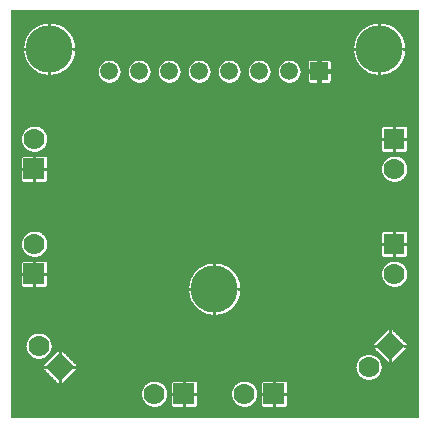
<source format=gbl>
%FSLAX33Y33*%
%MOMM*%
%AMRect-W1778000-H1778000-RO1.000*
21,1,1.778,1.778,0.,0.,180*%
%AMRect-W1778000-H1778000-RO0.250*
21,1,1.778,1.778,0.,0.,315*%
%AMRect-W1778000-H1778000-RO0.750*
21,1,1.778,1.778,0.,0.,225*%
%AMRect-W1778000-H1778000-RO0.500*
21,1,1.778,1.778,0.,0.,270*%
%AMRect-W1500000-H1500000-RO0.500*
21,1,1.5,1.5,0.,0.,270*%
%ADD10C,0.0508*%
%ADD11C,0.68834*%
%ADD12C,1.778*%
%ADD13Rect-W1778000-H1778000-RO1.000*%
%ADD14C,1.778*%
%ADD15Rect-W1778000-H1778000-RO0.250*%
%ADD16R,1.778X1.778*%
%ADD17C,1.778*%
%ADD18C,1.778*%
%ADD19Rect-W1778000-H1778000-RO0.750*%
%ADD20C,4.*%
%ADD21C,1.778*%
%ADD22Rect-W1778000-H1778000-RO0.500*%
%ADD23C,1.5*%
%ADD24Rect-W1500000-H1500000-RO0.500*%
D10*
%LNpour fill*%
G01*
X35027Y35027D02*
X35027Y35027D01*
X0533Y35027*
X0533Y0533*
X35027Y0533*
X35027Y35027*
X3734Y29546D02*
X3734Y29546D01*
X3734Y29775*
X3886Y29775*
X3886Y29546*
X3903Y29531*
X4305Y29576*
X4308Y29577*
X4776Y29741*
X4779Y29742*
X5199Y30006*
X5201Y30008*
X5552Y30359*
X5554Y30361*
X5818Y30781*
X5819Y30784*
X5983Y31252*
X5984Y31255*
X6029Y31657*
X6014Y31674*
X5785Y31674*
X5785Y31826*
X6014Y31826*
X6029Y31843*
X5984Y32245*
X5983Y32248*
X5819Y32716*
X5818Y32719*
X5554Y33139*
X5552Y33141*
X5201Y33492*
X5199Y33494*
X4779Y33758*
X4776Y33759*
X4308Y33923*
X4305Y33924*
X3903Y33969*
X3886Y33954*
X3886Y33725*
X3734Y33725*
X3734Y33954*
X3717Y33969*
X3315Y33924*
X3312Y33923*
X2844Y33759*
X2841Y33758*
X2421Y33494*
X2419Y33492*
X2068Y33141*
X2066Y33139*
X1802Y32719*
X1801Y32716*
X1637Y32248*
X1636Y32245*
X1591Y31843*
X1606Y31826*
X1835Y31826*
X1835Y31674*
X1606Y31674*
X1591Y31657*
X1636Y31255*
X1637Y31252*
X1801Y30784*
X1802Y30781*
X2066Y30361*
X2068Y30359*
X2419Y30008*
X2421Y30006*
X2841Y29742*
X2844Y29741*
X3312Y29577*
X3315Y29576*
X3717Y29531*
X3734Y29546*
X32245Y29576D02*
X32245Y29576D01*
X32248Y29577*
X32716Y29741*
X32719Y29742*
X33139Y30006*
X33141Y30008*
X33492Y30359*
X33494Y30361*
X33758Y30781*
X33759Y30784*
X33923Y31252*
X33924Y31255*
X33969Y31657*
X33954Y31674*
X33725Y31674*
X33725Y31826*
X33954Y31826*
X33969Y31843*
X33924Y32245*
X33923Y32248*
X33759Y32716*
X33758Y32719*
X33494Y33139*
X33492Y33141*
X33141Y33492*
X33139Y33494*
X32719Y33758*
X32716Y33759*
X32248Y33923*
X32245Y33924*
X31843Y33969*
X31826Y33954*
X31826Y33725*
X31674Y33725*
X31674Y33954*
X31657Y33969*
X31255Y33924*
X31252Y33923*
X30784Y33759*
X30781Y33758*
X30361Y33494*
X30359Y33492*
X30008Y33141*
X30006Y33139*
X29742Y32719*
X29741Y32716*
X29577Y32248*
X29576Y32245*
X29531Y31843*
X29546Y31826*
X29775Y31826*
X29775Y31674*
X29546Y31674*
X29531Y31657*
X29576Y31255*
X29577Y31252*
X29741Y30784*
X29742Y30781*
X30006Y30361*
X30008Y30359*
X30359Y30008*
X30361Y30006*
X30781Y29742*
X30784Y29741*
X31252Y29577*
X31255Y29576*
X31657Y29531*
X31674Y29546*
X31674Y29775*
X31826Y29775*
X31826Y29546*
X31843Y29531*
X32245Y29576*
X26495Y28880D02*
X26495Y28880D01*
X26495Y29120*
X26845Y29120*
X26845Y28880*
X26859Y28865*
X27421Y28865*
X27422Y28865*
X27455Y28868*
X27457Y28868*
X27490Y28876*
X27492Y28877*
X27523Y28890*
X27525Y28891*
X27554Y28909*
X27556Y28910*
X27582Y28932*
X27583Y28933*
X27605Y28959*
X27606Y28961*
X27624Y28990*
X27625Y28992*
X27638Y29023*
X27639Y29025*
X27647Y29058*
X27647Y29060*
X27650Y29094*
X27650Y29095*
X27650Y29656*
X27635Y29670*
X27395Y29670*
X27395Y30020*
X27635Y30020*
X27650Y30034*
X27650Y30595*
X27650Y30596*
X27647Y30630*
X27647Y30632*
X27639Y30665*
X27638Y30667*
X27625Y30698*
X27624Y30700*
X27606Y30729*
X27605Y30731*
X27583Y30757*
X27582Y30758*
X27556Y30780*
X27554Y30781*
X27525Y30799*
X27523Y30800*
X27492Y30813*
X27490Y30814*
X27457Y30822*
X27455Y30822*
X27421Y30825*
X27420Y30825*
X26859Y30825*
X26845Y30810*
X26845Y30570*
X26495Y30570*
X26495Y30810*
X26481Y30825*
X25920Y30825*
X25919Y30825*
X25885Y30822*
X25883Y30822*
X25850Y30814*
X25848Y30813*
X25817Y30800*
X25815Y30799*
X25786Y30781*
X25784Y30780*
X25758Y30758*
X25757Y30757*
X25735Y30731*
X25734Y30729*
X25716Y30700*
X25715Y30698*
X25702Y30667*
X25701Y30665*
X25693Y30632*
X25693Y30630*
X25690Y30597*
X25690Y30596*
X25690Y30034*
X25705Y30020*
X25945Y30020*
X25945Y29670*
X25705Y29670*
X25690Y29656*
X25690Y29094*
X25690Y29093*
X25693Y29060*
X25693Y29058*
X25701Y29025*
X25702Y29023*
X25715Y28992*
X25716Y28990*
X25734Y28961*
X25735Y28959*
X25757Y28933*
X25758Y28932*
X25784Y28910*
X25786Y28909*
X25815Y28891*
X25817Y28890*
X25848Y28877*
X25850Y28876*
X25883Y28868*
X25885Y28868*
X25918Y28865*
X25919Y28865*
X26481Y28865*
X26495Y28880*
X9010Y28873D02*
X9010Y28873D01*
X9236Y28929*
X9239Y28930*
X9445Y29038*
X9448Y29040*
X9622Y29194*
X9624Y29197*
X9757Y29388*
X9758Y29391*
X9841Y29609*
X9842Y29612*
X9870Y29843*
X9870Y29847*
X9842Y30078*
X9841Y30081*
X9758Y30299*
X9757Y30302*
X9624Y30493*
X9622Y30496*
X9448Y30650*
X9445Y30652*
X9239Y30760*
X9236Y30761*
X9010Y30817*
X9007Y30818*
X8773Y30818*
X8770Y30817*
X8544Y30761*
X8541Y30760*
X8335Y30652*
X8332Y30650*
X8158Y30496*
X8156Y30493*
X8023Y30302*
X8022Y30299*
X7939Y30081*
X7938Y30078*
X7910Y29847*
X7910Y29843*
X7938Y29612*
X7939Y29609*
X8022Y29391*
X8023Y29388*
X8156Y29197*
X8158Y29194*
X8332Y29040*
X8335Y29038*
X8541Y28930*
X8544Y28929*
X8770Y28873*
X8773Y28872*
X9007Y28872*
X9010Y28873*
X11550Y28873D02*
X11550Y28873D01*
X11776Y28929*
X11779Y28930*
X11985Y29038*
X11988Y29040*
X12162Y29194*
X12164Y29197*
X12297Y29388*
X12298Y29391*
X12381Y29609*
X12382Y29612*
X12410Y29843*
X12410Y29847*
X12382Y30078*
X12381Y30081*
X12298Y30299*
X12297Y30302*
X12164Y30493*
X12162Y30496*
X11988Y30650*
X11985Y30652*
X11779Y30760*
X11776Y30761*
X11550Y30817*
X11547Y30818*
X11313Y30818*
X11310Y30817*
X11084Y30761*
X11081Y30760*
X10875Y30652*
X10872Y30650*
X10698Y30496*
X10696Y30493*
X10563Y30302*
X10562Y30299*
X10479Y30081*
X10478Y30078*
X10450Y29847*
X10450Y29843*
X10478Y29612*
X10479Y29609*
X10562Y29391*
X10563Y29388*
X10696Y29197*
X10698Y29194*
X10872Y29040*
X10875Y29038*
X11081Y28930*
X11084Y28929*
X11310Y28873*
X11313Y28872*
X11547Y28872*
X11550Y28873*
X14090Y28873D02*
X14090Y28873D01*
X14316Y28929*
X14319Y28930*
X14525Y29038*
X14528Y29040*
X14702Y29194*
X14704Y29197*
X14837Y29388*
X14838Y29391*
X14921Y29609*
X14922Y29612*
X14950Y29843*
X14950Y29847*
X14922Y30078*
X14921Y30081*
X14838Y30299*
X14837Y30302*
X14704Y30493*
X14702Y30496*
X14528Y30650*
X14525Y30652*
X14319Y30760*
X14316Y30761*
X14090Y30817*
X14087Y30818*
X13853Y30818*
X13850Y30817*
X13624Y30761*
X13621Y30760*
X13415Y30652*
X13412Y30650*
X13238Y30496*
X13236Y30493*
X13103Y30302*
X13102Y30299*
X13019Y30081*
X13018Y30078*
X12990Y29847*
X12990Y29843*
X13018Y29612*
X13019Y29609*
X13102Y29391*
X13103Y29388*
X13236Y29197*
X13238Y29194*
X13412Y29040*
X13415Y29038*
X13621Y28930*
X13624Y28929*
X13850Y28873*
X13853Y28872*
X14087Y28872*
X14090Y28873*
X16630Y28873D02*
X16630Y28873D01*
X16856Y28929*
X16859Y28930*
X17065Y29038*
X17068Y29040*
X17242Y29194*
X17244Y29197*
X17377Y29388*
X17378Y29391*
X17461Y29609*
X17462Y29612*
X17490Y29843*
X17490Y29847*
X17462Y30078*
X17461Y30081*
X17378Y30299*
X17377Y30302*
X17244Y30493*
X17242Y30496*
X17068Y30650*
X17065Y30652*
X16859Y30760*
X16856Y30761*
X16630Y30817*
X16627Y30818*
X16393Y30818*
X16390Y30817*
X16164Y30761*
X16161Y30760*
X15955Y30652*
X15952Y30650*
X15778Y30496*
X15776Y30493*
X15643Y30302*
X15642Y30299*
X15559Y30081*
X15558Y30078*
X15530Y29847*
X15530Y29843*
X15558Y29612*
X15559Y29609*
X15642Y29391*
X15643Y29388*
X15776Y29197*
X15778Y29194*
X15952Y29040*
X15955Y29038*
X16161Y28930*
X16164Y28929*
X16390Y28873*
X16393Y28872*
X16627Y28872*
X16630Y28873*
X19170Y28873D02*
X19170Y28873D01*
X19396Y28929*
X19399Y28930*
X19605Y29038*
X19608Y29040*
X19782Y29194*
X19784Y29197*
X19917Y29388*
X19918Y29391*
X20001Y29609*
X20002Y29612*
X20030Y29843*
X20030Y29847*
X20002Y30078*
X20001Y30081*
X19918Y30299*
X19917Y30302*
X19784Y30493*
X19782Y30496*
X19608Y30650*
X19605Y30652*
X19399Y30760*
X19396Y30761*
X19170Y30817*
X19167Y30818*
X18933Y30818*
X18930Y30817*
X18704Y30761*
X18701Y30760*
X18495Y30652*
X18492Y30650*
X18318Y30496*
X18316Y30493*
X18183Y30302*
X18182Y30299*
X18099Y30081*
X18098Y30078*
X18070Y29847*
X18070Y29843*
X18098Y29612*
X18099Y29609*
X18182Y29391*
X18183Y29388*
X18316Y29197*
X18318Y29194*
X18492Y29040*
X18495Y29038*
X18701Y28930*
X18704Y28929*
X18930Y28873*
X18933Y28872*
X19167Y28872*
X19170Y28873*
X21710Y28873D02*
X21710Y28873D01*
X21936Y28929*
X21939Y28930*
X22145Y29038*
X22148Y29040*
X22322Y29194*
X22324Y29197*
X22457Y29388*
X22458Y29391*
X22541Y29609*
X22542Y29612*
X22570Y29843*
X22570Y29847*
X22542Y30078*
X22541Y30081*
X22458Y30299*
X22457Y30302*
X22324Y30493*
X22322Y30496*
X22148Y30650*
X22145Y30652*
X21939Y30760*
X21936Y30761*
X21710Y30817*
X21707Y30818*
X21473Y30818*
X21470Y30817*
X21244Y30761*
X21241Y30760*
X21035Y30652*
X21032Y30650*
X20858Y30496*
X20856Y30493*
X20723Y30302*
X20722Y30299*
X20639Y30081*
X20638Y30078*
X20610Y29847*
X20610Y29843*
X20638Y29612*
X20639Y29609*
X20722Y29391*
X20723Y29388*
X20856Y29197*
X20858Y29194*
X21032Y29040*
X21035Y29038*
X21241Y28930*
X21244Y28929*
X21470Y28873*
X21473Y28872*
X21707Y28872*
X21710Y28873*
X24250Y28873D02*
X24250Y28873D01*
X24476Y28929*
X24479Y28930*
X24685Y29038*
X24688Y29040*
X24862Y29194*
X24864Y29197*
X24997Y29388*
X24998Y29391*
X25081Y29609*
X25082Y29612*
X25110Y29843*
X25110Y29847*
X25082Y30078*
X25081Y30081*
X24998Y30299*
X24997Y30302*
X24864Y30493*
X24862Y30496*
X24688Y30650*
X24685Y30652*
X24479Y30760*
X24476Y30761*
X24250Y30817*
X24247Y30818*
X24013Y30818*
X24010Y30817*
X23784Y30761*
X23781Y30760*
X23575Y30652*
X23572Y30650*
X23398Y30496*
X23396Y30493*
X23263Y30302*
X23262Y30299*
X23179Y30081*
X23178Y30078*
X23150Y29847*
X23150Y29843*
X23178Y29612*
X23179Y29609*
X23262Y29391*
X23263Y29388*
X23396Y29197*
X23398Y29194*
X23572Y29040*
X23575Y29038*
X23781Y28930*
X23784Y28929*
X24010Y28873*
X24013Y28872*
X24247Y28872*
X24250Y28873*
X32944Y23026D02*
X32944Y23026D01*
X32944Y23266*
X33096Y23266*
X33096Y23026*
X33111Y23011*
X33910Y23011*
X33911Y23011*
X33944Y23014*
X33946Y23014*
X33979Y23022*
X33981Y23023*
X34012Y23036*
X34014Y23037*
X34043Y23055*
X34045Y23056*
X34071Y23078*
X34072Y23079*
X34094Y23105*
X34095Y23107*
X34113Y23136*
X34114Y23138*
X34127Y23169*
X34128Y23171*
X34136Y23204*
X34136Y23206*
X34139Y23240*
X34139Y23241*
X34139Y24039*
X34124Y24054*
X33884Y24054*
X33884Y24206*
X34124Y24206*
X34139Y24221*
X34139Y25019*
X34139Y25020*
X34136Y25054*
X34136Y25056*
X34128Y25089*
X34127Y25091*
X34114Y25122*
X34113Y25124*
X34095Y25153*
X34094Y25155*
X34072Y25181*
X34071Y25182*
X34045Y25204*
X34043Y25205*
X34014Y25223*
X34012Y25224*
X33981Y25237*
X33979Y25238*
X33946Y25246*
X33944Y25246*
X33910Y25249*
X33909Y25249*
X33111Y25249*
X33096Y25234*
X33096Y24994*
X32944Y24994*
X32944Y25234*
X32929Y25249*
X32131Y25249*
X32130Y25249*
X32096Y25246*
X32094Y25246*
X32061Y25238*
X32059Y25237*
X32028Y25224*
X32026Y25223*
X31997Y25205*
X31995Y25204*
X31969Y25182*
X31968Y25181*
X31946Y25155*
X31945Y25153*
X31927Y25124*
X31926Y25122*
X31913Y25091*
X31912Y25089*
X31904Y25056*
X31904Y25054*
X31901Y25021*
X31901Y25020*
X31901Y24221*
X31916Y24206*
X32156Y24206*
X32156Y24054*
X31916Y24054*
X31901Y24039*
X31901Y23240*
X31901Y23239*
X31904Y23206*
X31904Y23204*
X31912Y23171*
X31913Y23169*
X31926Y23138*
X31927Y23136*
X31945Y23107*
X31946Y23105*
X31968Y23079*
X31969Y23078*
X31995Y23056*
X31997Y23055*
X32026Y23037*
X32028Y23036*
X32059Y23023*
X32061Y23022*
X32094Y23014*
X32096Y23014*
X32129Y23011*
X32130Y23011*
X32929Y23011*
X32944Y23026*
X2676Y23020D02*
X2676Y23020D01*
X2935Y23084*
X2938Y23085*
X3174Y23209*
X3177Y23210*
X3376Y23387*
X3378Y23389*
X3530Y23609*
X3531Y23612*
X3626Y23861*
X3626Y23864*
X3659Y24128*
X3659Y24132*
X3626Y24396*
X3626Y24399*
X3531Y24648*
X3530Y24651*
X3378Y24871*
X3376Y24873*
X3177Y25050*
X3174Y25051*
X2938Y25175*
X2935Y25176*
X2676Y25240*
X2673Y25241*
X2407Y25241*
X2404Y25240*
X2145Y25176*
X2142Y25175*
X1906Y25051*
X1903Y25050*
X1704Y24873*
X1702Y24871*
X1550Y24651*
X1549Y24648*
X1454Y24399*
X1454Y24396*
X1421Y24132*
X1421Y24128*
X1454Y23864*
X1454Y23861*
X1549Y23612*
X1550Y23609*
X1702Y23389*
X1704Y23387*
X1903Y23210*
X1906Y23209*
X2142Y23085*
X2145Y23084*
X2404Y23020*
X2407Y23019*
X2673Y23019*
X2676Y23020*
X2464Y20486D02*
X2464Y20486D01*
X2464Y20726*
X2616Y20726*
X2616Y20486*
X2631Y20471*
X3430Y20471*
X3431Y20471*
X3464Y20474*
X3466Y20474*
X3499Y20482*
X3501Y20483*
X3532Y20496*
X3534Y20497*
X3563Y20515*
X3565Y20516*
X3591Y20538*
X3592Y20539*
X3614Y20565*
X3615Y20567*
X3633Y20596*
X3634Y20598*
X3647Y20629*
X3648Y20631*
X3656Y20664*
X3656Y20666*
X3659Y20700*
X3659Y20701*
X3659Y21499*
X3644Y21514*
X3404Y21514*
X3404Y21666*
X3644Y21666*
X3659Y21681*
X3659Y22479*
X3659Y22480*
X3656Y22514*
X3656Y22516*
X3648Y22549*
X3647Y22551*
X3634Y22582*
X3633Y22584*
X3615Y22613*
X3614Y22615*
X3592Y22641*
X3591Y22642*
X3565Y22664*
X3563Y22665*
X3534Y22683*
X3532Y22684*
X3501Y22697*
X3499Y22698*
X3466Y22706*
X3464Y22706*
X3430Y22709*
X3429Y22709*
X2631Y22709*
X2616Y22694*
X2616Y22454*
X2464Y22454*
X2464Y22694*
X2449Y22709*
X1651Y22709*
X1650Y22709*
X1616Y22706*
X1614Y22706*
X1581Y22698*
X1579Y22697*
X1548Y22684*
X1546Y22683*
X1517Y22665*
X1515Y22664*
X1489Y22642*
X1488Y22641*
X1466Y22615*
X1465Y22613*
X1447Y22584*
X1446Y22582*
X1433Y22551*
X1432Y22549*
X1424Y22516*
X1424Y22514*
X1421Y22481*
X1421Y22480*
X1421Y21681*
X1436Y21666*
X1676Y21666*
X1676Y21514*
X1436Y21514*
X1421Y21499*
X1421Y20700*
X1421Y20699*
X1424Y20666*
X1424Y20664*
X1432Y20631*
X1433Y20629*
X1446Y20598*
X1447Y20596*
X1465Y20567*
X1466Y20565*
X1488Y20539*
X1489Y20538*
X1515Y20516*
X1517Y20515*
X1546Y20497*
X1548Y20496*
X1579Y20483*
X1581Y20482*
X1614Y20474*
X1616Y20474*
X1649Y20471*
X1650Y20471*
X2449Y20471*
X2464Y20486*
X33156Y20480D02*
X33156Y20480D01*
X33415Y20544*
X33418Y20545*
X33654Y20669*
X33657Y20670*
X33856Y20847*
X33858Y20849*
X34010Y21069*
X34011Y21072*
X34106Y21321*
X34106Y21324*
X34139Y21588*
X34139Y21592*
X34106Y21856*
X34106Y21859*
X34011Y22108*
X34010Y22111*
X33858Y22331*
X33856Y22333*
X33657Y22510*
X33654Y22511*
X33418Y22635*
X33415Y22636*
X33156Y22700*
X33153Y22701*
X32887Y22701*
X32884Y22700*
X32625Y22636*
X32622Y22635*
X32386Y22511*
X32383Y22510*
X32184Y22333*
X32182Y22331*
X32030Y22111*
X32029Y22108*
X31934Y21859*
X31934Y21856*
X31901Y21592*
X31901Y21588*
X31934Y21324*
X31934Y21321*
X32029Y21072*
X32030Y21069*
X32182Y20849*
X32184Y20847*
X32383Y20670*
X32386Y20669*
X32622Y20545*
X32625Y20544*
X32884Y20480*
X32887Y20479*
X33153Y20479*
X33156Y20480*
X32944Y14136D02*
X32944Y14136D01*
X32944Y14376*
X33096Y14376*
X33096Y14136*
X33111Y14121*
X33910Y14121*
X33911Y14121*
X33944Y14124*
X33946Y14124*
X33979Y14132*
X33981Y14133*
X34012Y14146*
X34014Y14147*
X34043Y14165*
X34045Y14166*
X34071Y14188*
X34072Y14189*
X34094Y14215*
X34095Y14217*
X34113Y14246*
X34114Y14248*
X34127Y14279*
X34128Y14281*
X34136Y14314*
X34136Y14316*
X34139Y14350*
X34139Y14351*
X34139Y15149*
X34124Y15164*
X33884Y15164*
X33884Y15316*
X34124Y15316*
X34139Y15331*
X34139Y16129*
X34139Y16130*
X34136Y16164*
X34136Y16166*
X34128Y16199*
X34127Y16201*
X34114Y16232*
X34113Y16234*
X34095Y16263*
X34094Y16265*
X34072Y16291*
X34071Y16292*
X34045Y16314*
X34043Y16315*
X34014Y16333*
X34012Y16334*
X33981Y16347*
X33979Y16348*
X33946Y16356*
X33944Y16356*
X33910Y16359*
X33909Y16359*
X33111Y16359*
X33096Y16344*
X33096Y16104*
X32944Y16104*
X32944Y16344*
X32929Y16359*
X32131Y16359*
X32130Y16359*
X32096Y16356*
X32094Y16356*
X32061Y16348*
X32059Y16347*
X32028Y16334*
X32026Y16333*
X31997Y16315*
X31995Y16314*
X31969Y16292*
X31968Y16291*
X31946Y16265*
X31945Y16263*
X31927Y16234*
X31926Y16232*
X31913Y16201*
X31912Y16199*
X31904Y16166*
X31904Y16164*
X31901Y16131*
X31901Y16130*
X31901Y15331*
X31916Y15316*
X32156Y15316*
X32156Y15164*
X31916Y15164*
X31901Y15149*
X31901Y14350*
X31901Y14349*
X31904Y14316*
X31904Y14314*
X31912Y14281*
X31913Y14279*
X31926Y14248*
X31927Y14246*
X31945Y14217*
X31946Y14215*
X31968Y14189*
X31969Y14188*
X31995Y14166*
X31997Y14165*
X32026Y14147*
X32028Y14146*
X32059Y14133*
X32061Y14132*
X32094Y14124*
X32096Y14124*
X32129Y14121*
X32130Y14121*
X32929Y14121*
X32944Y14136*
X2676Y14130D02*
X2676Y14130D01*
X2935Y14194*
X2938Y14195*
X3174Y14319*
X3177Y14320*
X3376Y14497*
X3378Y14499*
X3530Y14719*
X3531Y14722*
X3626Y14971*
X3626Y14974*
X3659Y15238*
X3659Y15242*
X3626Y15506*
X3626Y15509*
X3531Y15758*
X3530Y15761*
X3378Y15981*
X3376Y15983*
X3177Y16160*
X3174Y16161*
X2938Y16285*
X2935Y16286*
X2676Y16350*
X2673Y16351*
X2407Y16351*
X2404Y16350*
X2145Y16286*
X2142Y16285*
X1906Y16161*
X1903Y16160*
X1704Y15983*
X1702Y15981*
X1550Y15761*
X1549Y15758*
X1454Y15509*
X1454Y15506*
X1421Y15242*
X1421Y15238*
X1454Y14974*
X1454Y14971*
X1549Y14722*
X1550Y14719*
X1702Y14499*
X1704Y14497*
X1903Y14320*
X1906Y14319*
X2142Y14195*
X2145Y14194*
X2404Y14130*
X2407Y14129*
X2673Y14129*
X2676Y14130*
X2464Y11596D02*
X2464Y11596D01*
X2464Y11836*
X2616Y11836*
X2616Y11596*
X2631Y11581*
X3430Y11581*
X3431Y11581*
X3464Y11584*
X3466Y11584*
X3499Y11592*
X3501Y11593*
X3532Y11606*
X3534Y11607*
X3563Y11625*
X3565Y11626*
X3591Y11648*
X3592Y11649*
X3614Y11675*
X3615Y11677*
X3633Y11706*
X3634Y11708*
X3647Y11739*
X3648Y11741*
X3656Y11774*
X3656Y11776*
X3659Y11810*
X3659Y11811*
X3659Y12609*
X3644Y12624*
X3404Y12624*
X3404Y12776*
X3644Y12776*
X3659Y12791*
X3659Y13589*
X3659Y13590*
X3656Y13624*
X3656Y13626*
X3648Y13659*
X3647Y13661*
X3634Y13692*
X3633Y13694*
X3615Y13723*
X3614Y13725*
X3592Y13751*
X3591Y13752*
X3565Y13774*
X3563Y13775*
X3534Y13793*
X3532Y13794*
X3501Y13807*
X3499Y13808*
X3466Y13816*
X3464Y13816*
X3430Y13819*
X3429Y13819*
X2631Y13819*
X2616Y13804*
X2616Y13564*
X2464Y13564*
X2464Y13804*
X2449Y13819*
X1651Y13819*
X1650Y13819*
X1616Y13816*
X1614Y13816*
X1581Y13808*
X1579Y13807*
X1548Y13794*
X1546Y13793*
X1517Y13775*
X1515Y13774*
X1489Y13752*
X1488Y13751*
X1466Y13725*
X1465Y13723*
X1447Y13694*
X1446Y13692*
X1433Y13661*
X1432Y13659*
X1424Y13626*
X1424Y13624*
X1421Y13591*
X1421Y13590*
X1421Y12791*
X1436Y12776*
X1676Y12776*
X1676Y12624*
X1436Y12624*
X1421Y12609*
X1421Y11810*
X1421Y11809*
X1424Y11776*
X1424Y11774*
X1432Y11741*
X1433Y11739*
X1446Y11708*
X1447Y11706*
X1465Y11677*
X1466Y11675*
X1488Y11649*
X1489Y11648*
X1515Y11626*
X1517Y11625*
X1546Y11607*
X1548Y11606*
X1579Y11593*
X1581Y11592*
X1614Y11584*
X1616Y11584*
X1649Y11581*
X1650Y11581*
X2449Y11581*
X2464Y11596*
X33156Y11590D02*
X33156Y11590D01*
X33415Y11654*
X33418Y11655*
X33654Y11779*
X33657Y11780*
X33856Y11957*
X33858Y11959*
X34010Y12179*
X34011Y12182*
X34106Y12431*
X34106Y12434*
X34139Y12698*
X34139Y12702*
X34106Y12966*
X34106Y12969*
X34011Y13218*
X34010Y13221*
X33858Y13441*
X33856Y13443*
X33657Y13620*
X33654Y13621*
X33418Y13745*
X33415Y13746*
X33156Y13810*
X33153Y13811*
X32887Y13811*
X32884Y13810*
X32625Y13746*
X32622Y13745*
X32386Y13621*
X32383Y13620*
X32184Y13443*
X32182Y13441*
X32030Y13221*
X32029Y13218*
X31934Y12969*
X31934Y12966*
X31901Y12702*
X31901Y12698*
X31934Y12434*
X31934Y12431*
X32029Y12182*
X32030Y12179*
X32182Y11959*
X32184Y11957*
X32383Y11780*
X32386Y11779*
X32622Y11655*
X32625Y11654*
X32884Y11590*
X32887Y11589*
X33153Y11589*
X33156Y11590*
X18275Y9256D02*
X18275Y9256D01*
X18278Y9257*
X18746Y9421*
X18749Y9422*
X19169Y9686*
X19171Y9688*
X19522Y10039*
X19524Y10041*
X19788Y10461*
X19789Y10464*
X19953Y10932*
X19954Y10935*
X19999Y11337*
X19984Y11354*
X19755Y11354*
X19755Y11506*
X19984Y11506*
X19999Y11523*
X19954Y11925*
X19953Y11928*
X19789Y12396*
X19788Y12399*
X19524Y12819*
X19522Y12821*
X19171Y13172*
X19169Y13174*
X18749Y13438*
X18746Y13439*
X18278Y13603*
X18275Y13604*
X17873Y13649*
X17856Y13634*
X17856Y13405*
X17704Y13405*
X17704Y13634*
X17687Y13649*
X17285Y13604*
X17282Y13603*
X16814Y13439*
X16811Y13438*
X16391Y13174*
X16389Y13172*
X16038Y12821*
X16036Y12819*
X15772Y12399*
X15771Y12396*
X15607Y11928*
X15606Y11925*
X15561Y11523*
X15576Y11506*
X15805Y11506*
X15805Y11354*
X15576Y11354*
X15561Y11337*
X15606Y10935*
X15607Y10932*
X15771Y10464*
X15772Y10461*
X16036Y10041*
X16038Y10039*
X16389Y9688*
X16391Y9686*
X16811Y9422*
X16814Y9421*
X17282Y9257*
X17285Y9256*
X17687Y9211*
X17704Y9226*
X17704Y9455*
X17856Y9455*
X17856Y9226*
X17873Y9211*
X18275Y9256*
X32782Y5169D02*
X32782Y5169D01*
X32784Y5171*
X32809Y5192*
X32810Y5193*
X34068Y6451*
X34069Y6452*
X34090Y6477*
X34092Y6479*
X34111Y6511*
X34097Y6537*
X33829Y6537*
X33829Y6689*
X34097Y6689*
X34111Y6715*
X34092Y6747*
X34090Y6749*
X34069Y6774*
X34068Y6775*
X32810Y8033*
X32809Y8034*
X32784Y8055*
X32782Y8057*
X32750Y8076*
X32724Y8062*
X32724Y7743*
X32572Y7743*
X32572Y8062*
X32546Y8076*
X32514Y8057*
X32512Y8055*
X32487Y8034*
X32486Y8033*
X31228Y6775*
X31227Y6774*
X31206Y6749*
X31204Y6747*
X31185Y6715*
X31199Y6689*
X31467Y6689*
X31467Y6537*
X31199Y6537*
X31185Y6511*
X31204Y6479*
X31206Y6477*
X31227Y6452*
X31228Y6451*
X32486Y5193*
X32487Y5192*
X32512Y5171*
X32514Y5169*
X32546Y5150*
X32572Y5164*
X32572Y5483*
X32724Y5483*
X32724Y5164*
X32750Y5150*
X32782Y5169*
X3048Y5503D02*
X3048Y5503D01*
X3307Y5567*
X3310Y5568*
X3546Y5692*
X3549Y5693*
X3748Y5870*
X3750Y5872*
X3902Y6092*
X3903Y6095*
X3998Y6344*
X3998Y6347*
X4031Y6611*
X4031Y6615*
X3998Y6879*
X3998Y6882*
X3903Y7132*
X3902Y7134*
X3750Y7354*
X3748Y7356*
X3549Y7533*
X3546Y7534*
X3310Y7658*
X3307Y7659*
X3048Y7723*
X3045Y7724*
X2779Y7724*
X2776Y7723*
X2517Y7659*
X2514Y7658*
X2278Y7534*
X2275Y7533*
X2076Y7356*
X2074Y7354*
X1922Y7134*
X1921Y7132*
X1826Y6882*
X1826Y6879*
X1793Y6615*
X1793Y6611*
X1826Y6347*
X1826Y6344*
X1921Y6095*
X1922Y6092*
X2074Y5872*
X2076Y5870*
X2275Y5693*
X2278Y5692*
X2514Y5568*
X2517Y5567*
X2776Y5503*
X2779Y5502*
X3045Y5502*
X3048Y5503*
X4842Y3373D02*
X4842Y3373D01*
X4844Y3375*
X4869Y3396*
X4870Y3397*
X6128Y4655*
X6129Y4656*
X6150Y4681*
X6152Y4683*
X6171Y4715*
X6157Y4741*
X5838Y4741*
X5838Y4893*
X6157Y4893*
X6171Y4919*
X6152Y4951*
X6150Y4953*
X6129Y4978*
X6128Y4979*
X4870Y6237*
X4869Y6238*
X4844Y6259*
X4842Y6261*
X4810Y6280*
X4784Y6266*
X4784Y5998*
X4632Y5998*
X4632Y6266*
X4606Y6280*
X4574Y6261*
X4572Y6259*
X4547Y6238*
X4546Y6237*
X3288Y4979*
X3287Y4978*
X3266Y4953*
X3264Y4951*
X3245Y4919*
X3259Y4893*
X3578Y4893*
X3578Y4741*
X3259Y4741*
X3245Y4715*
X3264Y4683*
X3266Y4681*
X3287Y4656*
X3288Y4655*
X4546Y3397*
X4547Y3396*
X4572Y3375*
X4574Y3373*
X4606Y3354*
X4632Y3368*
X4632Y3687*
X4784Y3687*
X4784Y3368*
X4810Y3354*
X4842Y3373*
X30988Y3707D02*
X30988Y3707D01*
X31247Y3771*
X31250Y3772*
X31486Y3896*
X31489Y3897*
X31688Y4074*
X31690Y4076*
X31842Y4296*
X31843Y4298*
X31938Y4548*
X31938Y4551*
X31971Y4815*
X31971Y4819*
X31938Y5083*
X31938Y5086*
X31843Y5335*
X31842Y5338*
X31690Y5558*
X31688Y5560*
X31489Y5737*
X31486Y5738*
X31250Y5862*
X31247Y5863*
X30988Y5927*
X30985Y5928*
X30719Y5928*
X30716Y5927*
X30457Y5863*
X30454Y5862*
X30218Y5738*
X30215Y5737*
X30016Y5560*
X30014Y5558*
X29862Y5338*
X29861Y5335*
X29766Y5086*
X29766Y5083*
X29733Y4819*
X29733Y4815*
X29766Y4551*
X29766Y4548*
X29861Y4298*
X29862Y4296*
X30014Y4076*
X30016Y4074*
X30215Y3897*
X30218Y3896*
X30454Y3772*
X30457Y3771*
X30716Y3707*
X30719Y3706*
X30985Y3706*
X30988Y3707*
X15164Y1436D02*
X15164Y1436D01*
X15164Y1676*
X15316Y1676*
X15316Y1436*
X15331Y1421*
X16130Y1421*
X16131Y1421*
X16164Y1424*
X16166Y1424*
X16199Y1432*
X16201Y1433*
X16232Y1446*
X16234Y1447*
X16263Y1465*
X16265Y1466*
X16291Y1488*
X16292Y1489*
X16314Y1515*
X16315Y1517*
X16333Y1546*
X16334Y1548*
X16347Y1579*
X16348Y1581*
X16356Y1614*
X16356Y1616*
X16359Y1650*
X16359Y1651*
X16359Y2449*
X16344Y2464*
X16104Y2464*
X16104Y2616*
X16344Y2616*
X16359Y2631*
X16359Y3429*
X16359Y3430*
X16356Y3464*
X16356Y3466*
X16348Y3499*
X16347Y3501*
X16334Y3532*
X16333Y3534*
X16315Y3563*
X16314Y3565*
X16292Y3591*
X16291Y3592*
X16265Y3614*
X16263Y3615*
X16234Y3633*
X16232Y3634*
X16201Y3647*
X16199Y3648*
X16166Y3656*
X16164Y3656*
X16130Y3659*
X16129Y3659*
X15331Y3659*
X15316Y3644*
X15316Y3404*
X15164Y3404*
X15164Y3644*
X15149Y3659*
X14351Y3659*
X14350Y3659*
X14316Y3656*
X14314Y3656*
X14281Y3648*
X14279Y3647*
X14248Y3634*
X14246Y3633*
X14217Y3615*
X14215Y3614*
X14189Y3592*
X14188Y3591*
X14166Y3565*
X14165Y3563*
X14147Y3534*
X14146Y3532*
X14133Y3501*
X14132Y3499*
X14124Y3466*
X14124Y3464*
X14121Y3431*
X14121Y3430*
X14121Y2631*
X14136Y2616*
X14376Y2616*
X14376Y2464*
X14136Y2464*
X14121Y2449*
X14121Y1650*
X14121Y1649*
X14124Y1616*
X14124Y1614*
X14132Y1581*
X14133Y1579*
X14146Y1548*
X14147Y1546*
X14165Y1517*
X14166Y1515*
X14188Y1489*
X14189Y1488*
X14215Y1466*
X14217Y1465*
X14246Y1447*
X14248Y1446*
X14279Y1433*
X14281Y1432*
X14314Y1424*
X14316Y1424*
X14349Y1421*
X14350Y1421*
X15149Y1421*
X15164Y1436*
X22784Y1436D02*
X22784Y1436D01*
X22784Y1676*
X22936Y1676*
X22936Y1436*
X22951Y1421*
X23750Y1421*
X23751Y1421*
X23784Y1424*
X23786Y1424*
X23819Y1432*
X23821Y1433*
X23852Y1446*
X23854Y1447*
X23883Y1465*
X23885Y1466*
X23911Y1488*
X23912Y1489*
X23934Y1515*
X23935Y1517*
X23953Y1546*
X23954Y1548*
X23967Y1579*
X23968Y1581*
X23976Y1614*
X23976Y1616*
X23979Y1650*
X23979Y1651*
X23979Y2449*
X23964Y2464*
X23724Y2464*
X23724Y2616*
X23964Y2616*
X23979Y2631*
X23979Y3429*
X23979Y3430*
X23976Y3464*
X23976Y3466*
X23968Y3499*
X23967Y3501*
X23954Y3532*
X23953Y3534*
X23935Y3563*
X23934Y3565*
X23912Y3591*
X23911Y3592*
X23885Y3614*
X23883Y3615*
X23854Y3633*
X23852Y3634*
X23821Y3647*
X23819Y3648*
X23786Y3656*
X23784Y3656*
X23750Y3659*
X23749Y3659*
X22951Y3659*
X22936Y3644*
X22936Y3404*
X22784Y3404*
X22784Y3644*
X22769Y3659*
X21971Y3659*
X21970Y3659*
X21936Y3656*
X21934Y3656*
X21901Y3648*
X21899Y3647*
X21868Y3634*
X21866Y3633*
X21837Y3615*
X21835Y3614*
X21809Y3592*
X21808Y3591*
X21786Y3565*
X21785Y3563*
X21767Y3534*
X21766Y3532*
X21753Y3501*
X21752Y3499*
X21744Y3466*
X21744Y3464*
X21741Y3431*
X21741Y3430*
X21741Y2631*
X21756Y2616*
X21996Y2616*
X21996Y2464*
X21756Y2464*
X21741Y2449*
X21741Y1650*
X21741Y1649*
X21744Y1616*
X21744Y1614*
X21752Y1581*
X21753Y1579*
X21766Y1548*
X21767Y1546*
X21785Y1517*
X21786Y1515*
X21808Y1489*
X21809Y1488*
X21835Y1466*
X21837Y1465*
X21866Y1447*
X21868Y1446*
X21899Y1433*
X21901Y1432*
X21934Y1424*
X21936Y1424*
X21969Y1421*
X21970Y1421*
X22769Y1421*
X22784Y1436*
X12836Y1430D02*
X12836Y1430D01*
X13095Y1494*
X13098Y1495*
X13334Y1619*
X13337Y1620*
X13536Y1797*
X13538Y1799*
X13690Y2019*
X13691Y2022*
X13786Y2271*
X13786Y2274*
X13819Y2538*
X13819Y2542*
X13786Y2806*
X13786Y2809*
X13691Y3058*
X13690Y3061*
X13538Y3281*
X13536Y3283*
X13337Y3460*
X13334Y3461*
X13098Y3585*
X13095Y3586*
X12836Y3650*
X12833Y3651*
X12567Y3651*
X12564Y3650*
X12305Y3586*
X12302Y3585*
X12066Y3461*
X12063Y3460*
X11864Y3283*
X11862Y3281*
X11710Y3061*
X11709Y3058*
X11614Y2809*
X11614Y2806*
X11581Y2542*
X11581Y2538*
X11614Y2274*
X11614Y2271*
X11709Y2022*
X11710Y2019*
X11862Y1799*
X11864Y1797*
X12063Y1620*
X12066Y1619*
X12302Y1495*
X12305Y1494*
X12564Y1430*
X12567Y1429*
X12833Y1429*
X12836Y1430*
X20456Y1430D02*
X20456Y1430D01*
X20715Y1494*
X20718Y1495*
X20954Y1619*
X20957Y1620*
X21156Y1797*
X21158Y1799*
X21310Y2019*
X21311Y2022*
X21406Y2271*
X21406Y2274*
X21439Y2538*
X21439Y2542*
X21406Y2806*
X21406Y2809*
X21311Y3058*
X21310Y3061*
X21158Y3281*
X21156Y3283*
X20957Y3460*
X20954Y3461*
X20718Y3585*
X20715Y3586*
X20456Y3650*
X20453Y3651*
X20187Y3651*
X20184Y3650*
X19925Y3586*
X19922Y3585*
X19686Y3461*
X19683Y3460*
X19484Y3283*
X19482Y3281*
X19330Y3061*
X19329Y3058*
X19234Y2809*
X19234Y2806*
X19201Y2542*
X19201Y2538*
X19234Y2274*
X19234Y2271*
X19329Y2022*
X19330Y2019*
X19482Y1799*
X19484Y1797*
X19683Y1620*
X19686Y1619*
X19922Y1495*
X19925Y1494*
X20184Y1430*
X20187Y1429*
X20453Y1429*
X20456Y1430*
X0533Y0558D02*
X35027Y0558D01*
X0533Y0607D02*
X35027Y0607D01*
X0533Y0657D02*
X35027Y0657D01*
X0533Y0706D02*
X35027Y0706D01*
X0533Y0756D02*
X35027Y0756D01*
X0533Y0805D02*
X35027Y0805D01*
X0533Y0855D02*
X35027Y0855D01*
X0533Y0904D02*
X35027Y0904D01*
X0533Y0954D02*
X35027Y0954D01*
X0533Y1003D02*
X35027Y1003D01*
X0533Y1053D02*
X35027Y1053D01*
X0533Y1102D02*
X35027Y1102D01*
X0533Y1152D02*
X35027Y1152D01*
X0533Y1201D02*
X35027Y1201D01*
X0533Y1251D02*
X35027Y1251D01*
X0533Y1300D02*
X35027Y1300D01*
X0533Y1350D02*
X35027Y1350D01*
X0533Y1400D02*
X35027Y1400D01*
X0533Y1449D02*
X12485Y1449D01*
X12915Y1449D02*
X14242Y1449D01*
X15164Y1449D02*
X15316Y1449D01*
X16238Y1449D02*
X20105Y1449D01*
X20535Y1449D02*
X21862Y1449D01*
X22784Y1449D02*
X22936Y1449D01*
X23858Y1449D02*
X35027Y1449D01*
X0533Y1499D02*
X12294Y1499D01*
X13106Y1499D02*
X14180Y1499D01*
X15164Y1499D02*
X15316Y1499D01*
X16300Y1499D02*
X19914Y1499D01*
X20726Y1499D02*
X21800Y1499D01*
X22784Y1499D02*
X22936Y1499D01*
X23920Y1499D02*
X35027Y1499D01*
X0533Y1548D02*
X12200Y1548D01*
X13200Y1548D02*
X14146Y1548D01*
X15164Y1548D02*
X15316Y1548D01*
X16334Y1548D02*
X19820Y1548D01*
X20820Y1548D02*
X21766Y1548D01*
X22784Y1548D02*
X22936Y1548D01*
X23954Y1548D02*
X35027Y1548D01*
X0533Y1598D02*
X12106Y1598D01*
X13294Y1598D02*
X14128Y1598D01*
X15164Y1598D02*
X15316Y1598D01*
X16352Y1598D02*
X19726Y1598D01*
X20914Y1598D02*
X21748Y1598D01*
X22784Y1598D02*
X22936Y1598D01*
X23972Y1598D02*
X35027Y1598D01*
X0533Y1647D02*
X12033Y1647D01*
X13367Y1647D02*
X14122Y1647D01*
X15164Y1647D02*
X15316Y1647D01*
X16358Y1647D02*
X19653Y1647D01*
X20987Y1647D02*
X21742Y1647D01*
X22784Y1647D02*
X22936Y1647D01*
X23978Y1647D02*
X35027Y1647D01*
X0533Y1697D02*
X11977Y1697D01*
X13423Y1697D02*
X14121Y1697D01*
X16359Y1697D02*
X19597Y1697D01*
X21043Y1697D02*
X21741Y1697D01*
X23979Y1697D02*
X35027Y1697D01*
X0533Y1746D02*
X11921Y1746D01*
X13479Y1746D02*
X14121Y1746D01*
X16359Y1746D02*
X19541Y1746D01*
X21099Y1746D02*
X21741Y1746D01*
X23979Y1746D02*
X35027Y1746D01*
X0533Y1796D02*
X11865Y1796D01*
X13535Y1796D02*
X14121Y1796D01*
X16359Y1796D02*
X19485Y1796D01*
X21155Y1796D02*
X21741Y1796D01*
X23979Y1796D02*
X35027Y1796D01*
X0533Y1845D02*
X11830Y1845D01*
X13570Y1845D02*
X14121Y1845D01*
X16359Y1845D02*
X19450Y1845D01*
X21190Y1845D02*
X21741Y1845D01*
X23979Y1845D02*
X35027Y1845D01*
X0533Y1895D02*
X11796Y1895D01*
X13604Y1895D02*
X14121Y1895D01*
X16359Y1895D02*
X19416Y1895D01*
X21224Y1895D02*
X21741Y1895D01*
X23979Y1895D02*
X35027Y1895D01*
X0533Y1944D02*
X11762Y1944D01*
X13638Y1944D02*
X14121Y1944D01*
X16359Y1944D02*
X19382Y1944D01*
X21258Y1944D02*
X21741Y1944D01*
X23979Y1944D02*
X35027Y1944D01*
X0533Y1994D02*
X11727Y1994D01*
X13673Y1994D02*
X14121Y1994D01*
X16359Y1994D02*
X19347Y1994D01*
X21293Y1994D02*
X21741Y1994D01*
X23979Y1994D02*
X35027Y1994D01*
X0533Y2043D02*
X11701Y2043D01*
X13699Y2043D02*
X14121Y2043D01*
X16359Y2043D02*
X19321Y2043D01*
X21319Y2043D02*
X21741Y2043D01*
X23979Y2043D02*
X35027Y2043D01*
X0533Y2093D02*
X11682Y2093D01*
X13718Y2093D02*
X14121Y2093D01*
X16359Y2093D02*
X19302Y2093D01*
X21338Y2093D02*
X21741Y2093D01*
X23979Y2093D02*
X35027Y2093D01*
X0533Y2142D02*
X11663Y2142D01*
X13737Y2142D02*
X14121Y2142D01*
X16359Y2142D02*
X19283Y2142D01*
X21357Y2142D02*
X21741Y2142D01*
X23979Y2142D02*
X35027Y2142D01*
X0533Y2192D02*
X11644Y2192D01*
X13756Y2192D02*
X14121Y2192D01*
X16359Y2192D02*
X19264Y2192D01*
X21376Y2192D02*
X21741Y2192D01*
X23979Y2192D02*
X35027Y2192D01*
X0533Y2242D02*
X11625Y2242D01*
X13775Y2242D02*
X14121Y2242D01*
X16359Y2242D02*
X19245Y2242D01*
X21395Y2242D02*
X21741Y2242D01*
X23979Y2242D02*
X35027Y2242D01*
X0533Y2291D02*
X11611Y2291D01*
X13789Y2291D02*
X14121Y2291D01*
X16359Y2291D02*
X19231Y2291D01*
X21409Y2291D02*
X21741Y2291D01*
X23979Y2291D02*
X35027Y2291D01*
X0533Y2341D02*
X11605Y2341D01*
X13795Y2341D02*
X14121Y2341D01*
X16359Y2341D02*
X19225Y2341D01*
X21415Y2341D02*
X21741Y2341D01*
X23979Y2341D02*
X35027Y2341D01*
X0533Y2390D02*
X11599Y2390D01*
X13801Y2390D02*
X14121Y2390D01*
X16359Y2390D02*
X19219Y2390D01*
X21421Y2390D02*
X21741Y2390D01*
X23979Y2390D02*
X35027Y2390D01*
X0533Y2440D02*
X11593Y2440D01*
X13807Y2440D02*
X14121Y2440D01*
X16359Y2440D02*
X19213Y2440D01*
X21427Y2440D02*
X21741Y2440D01*
X23979Y2440D02*
X35027Y2440D01*
X0533Y2489D02*
X11587Y2489D01*
X13813Y2489D02*
X14376Y2489D01*
X16104Y2489D02*
X19207Y2489D01*
X21433Y2489D02*
X21996Y2489D01*
X23724Y2489D02*
X35027Y2489D01*
X0533Y2539D02*
X11581Y2539D01*
X13819Y2539D02*
X14376Y2539D01*
X16104Y2539D02*
X19201Y2539D01*
X21439Y2539D02*
X21996Y2539D01*
X23724Y2539D02*
X35027Y2539D01*
X0533Y2588D02*
X11587Y2588D01*
X13813Y2588D02*
X14376Y2588D01*
X16104Y2588D02*
X19207Y2588D01*
X21433Y2588D02*
X21996Y2588D01*
X23724Y2588D02*
X35027Y2588D01*
X0533Y2638D02*
X11593Y2638D01*
X13807Y2638D02*
X14121Y2638D01*
X16359Y2638D02*
X19213Y2638D01*
X21427Y2638D02*
X21741Y2638D01*
X23979Y2638D02*
X35027Y2638D01*
X0533Y2687D02*
X11599Y2687D01*
X13801Y2687D02*
X14121Y2687D01*
X16359Y2687D02*
X19219Y2687D01*
X21421Y2687D02*
X21741Y2687D01*
X23979Y2687D02*
X35027Y2687D01*
X0533Y2737D02*
X11605Y2737D01*
X13795Y2737D02*
X14121Y2737D01*
X16359Y2737D02*
X19225Y2737D01*
X21415Y2737D02*
X21741Y2737D01*
X23979Y2737D02*
X35027Y2737D01*
X0533Y2786D02*
X11611Y2786D01*
X13789Y2786D02*
X14121Y2786D01*
X16359Y2786D02*
X19231Y2786D01*
X21409Y2786D02*
X21741Y2786D01*
X23979Y2786D02*
X35027Y2786D01*
X0533Y2836D02*
X11624Y2836D01*
X13776Y2836D02*
X14121Y2836D01*
X16359Y2836D02*
X19244Y2836D01*
X21396Y2836D02*
X21741Y2836D01*
X23979Y2836D02*
X35027Y2836D01*
X0533Y2885D02*
X11643Y2885D01*
X13757Y2885D02*
X14121Y2885D01*
X16359Y2885D02*
X19263Y2885D01*
X21377Y2885D02*
X21741Y2885D01*
X23979Y2885D02*
X35027Y2885D01*
X0533Y2935D02*
X11662Y2935D01*
X13738Y2935D02*
X14121Y2935D01*
X16359Y2935D02*
X19282Y2935D01*
X21358Y2935D02*
X21741Y2935D01*
X23979Y2935D02*
X35027Y2935D01*
X0533Y2985D02*
X11681Y2985D01*
X13719Y2985D02*
X14121Y2985D01*
X16359Y2985D02*
X19301Y2985D01*
X21339Y2985D02*
X21741Y2985D01*
X23979Y2985D02*
X35027Y2985D01*
X0533Y3034D02*
X11700Y3034D01*
X13700Y3034D02*
X14121Y3034D01*
X16359Y3034D02*
X19320Y3034D01*
X21320Y3034D02*
X21741Y3034D01*
X23979Y3034D02*
X35027Y3034D01*
X0533Y3084D02*
X11726Y3084D01*
X13674Y3084D02*
X14121Y3084D01*
X16359Y3084D02*
X19346Y3084D01*
X21294Y3084D02*
X21741Y3084D01*
X23979Y3084D02*
X35027Y3084D01*
X0533Y3133D02*
X11760Y3133D01*
X13640Y3133D02*
X14121Y3133D01*
X16359Y3133D02*
X19380Y3133D01*
X21260Y3133D02*
X21741Y3133D01*
X23979Y3133D02*
X35027Y3133D01*
X0533Y3183D02*
X11794Y3183D01*
X13606Y3183D02*
X14121Y3183D01*
X16359Y3183D02*
X19414Y3183D01*
X21226Y3183D02*
X21741Y3183D01*
X23979Y3183D02*
X35027Y3183D01*
X0533Y3232D02*
X11828Y3232D01*
X13572Y3232D02*
X14121Y3232D01*
X16359Y3232D02*
X19448Y3232D01*
X21192Y3232D02*
X21741Y3232D01*
X23979Y3232D02*
X35027Y3232D01*
X0533Y3282D02*
X11863Y3282D01*
X13537Y3282D02*
X14121Y3282D01*
X16359Y3282D02*
X19483Y3282D01*
X21157Y3282D02*
X21741Y3282D01*
X23979Y3282D02*
X35027Y3282D01*
X0533Y3331D02*
X11918Y3331D01*
X13482Y3331D02*
X14121Y3331D01*
X16359Y3331D02*
X19538Y3331D01*
X21102Y3331D02*
X21741Y3331D01*
X23979Y3331D02*
X35027Y3331D01*
X0533Y3381D02*
X4565Y3381D01*
X4632Y3381D02*
X4784Y3381D01*
X4851Y3381D02*
X11974Y3381D01*
X13426Y3381D02*
X14121Y3381D01*
X16359Y3381D02*
X19594Y3381D01*
X21046Y3381D02*
X21741Y3381D01*
X23979Y3381D02*
X35027Y3381D01*
X0533Y3430D02*
X4513Y3430D01*
X4632Y3430D02*
X4784Y3430D01*
X4903Y3430D02*
X12030Y3430D01*
X13370Y3430D02*
X14121Y3430D01*
X15164Y3430D02*
X15316Y3430D01*
X16359Y3430D02*
X19650Y3430D01*
X20990Y3430D02*
X21741Y3430D01*
X22784Y3430D02*
X22936Y3430D01*
X23979Y3430D02*
X35027Y3430D01*
X0533Y3480D02*
X4463Y3480D01*
X4632Y3480D02*
X4784Y3480D01*
X4953Y3480D02*
X12101Y3480D01*
X13299Y3480D02*
X14128Y3480D01*
X15164Y3480D02*
X15316Y3480D01*
X16352Y3480D02*
X19721Y3480D01*
X20919Y3480D02*
X21748Y3480D01*
X22784Y3480D02*
X22936Y3480D01*
X23972Y3480D02*
X35027Y3480D01*
X0533Y3529D02*
X4414Y3529D01*
X4632Y3529D02*
X4784Y3529D01*
X5002Y3529D02*
X12195Y3529D01*
X13205Y3529D02*
X14145Y3529D01*
X15164Y3529D02*
X15316Y3529D01*
X16335Y3529D02*
X19815Y3529D01*
X20825Y3529D02*
X21765Y3529D01*
X22784Y3529D02*
X22936Y3529D01*
X23955Y3529D02*
X35027Y3529D01*
X0533Y3579D02*
X4364Y3579D01*
X4632Y3579D02*
X4784Y3579D01*
X5052Y3579D02*
X12290Y3579D01*
X13110Y3579D02*
X14178Y3579D01*
X15164Y3579D02*
X15316Y3579D01*
X16302Y3579D02*
X19910Y3579D01*
X20730Y3579D02*
X21798Y3579D01*
X22784Y3579D02*
X22936Y3579D01*
X23922Y3579D02*
X35027Y3579D01*
X0533Y3628D02*
X4315Y3628D01*
X4632Y3628D02*
X4784Y3628D01*
X5101Y3628D02*
X12475Y3628D01*
X12925Y3628D02*
X14238Y3628D01*
X15164Y3628D02*
X15316Y3628D01*
X16242Y3628D02*
X20095Y3628D01*
X20545Y3628D02*
X21858Y3628D01*
X22784Y3628D02*
X22936Y3628D01*
X23862Y3628D02*
X35027Y3628D01*
X0533Y3678D02*
X4265Y3678D01*
X4632Y3678D02*
X4784Y3678D01*
X5151Y3678D02*
X35027Y3678D01*
X0533Y3727D02*
X4216Y3727D01*
X5200Y3727D02*
X30631Y3727D01*
X31072Y3727D02*
X35027Y3727D01*
X0533Y3777D02*
X4166Y3777D01*
X5250Y3777D02*
X30444Y3777D01*
X31260Y3777D02*
X35027Y3777D01*
X0533Y3827D02*
X4117Y3827D01*
X5299Y3827D02*
X30349Y3827D01*
X31355Y3827D02*
X35027Y3827D01*
X0533Y3876D02*
X4067Y3876D01*
X5349Y3876D02*
X30255Y3876D01*
X31449Y3876D02*
X35027Y3876D01*
X0533Y3926D02*
X4017Y3926D01*
X5399Y3926D02*
X30183Y3926D01*
X31521Y3926D02*
X35027Y3926D01*
X0533Y3975D02*
X3968Y3975D01*
X5448Y3975D02*
X30127Y3975D01*
X31577Y3975D02*
X35027Y3975D01*
X0533Y4025D02*
X3918Y4025D01*
X5498Y4025D02*
X30071Y4025D01*
X31632Y4025D02*
X35027Y4025D01*
X0533Y4074D02*
X3869Y4074D01*
X5547Y4074D02*
X30016Y4074D01*
X31688Y4074D02*
X35027Y4074D01*
X0533Y4124D02*
X3819Y4124D01*
X5597Y4124D02*
X29981Y4124D01*
X31723Y4124D02*
X35027Y4124D01*
X0533Y4173D02*
X3770Y4173D01*
X5646Y4173D02*
X29947Y4173D01*
X31757Y4173D02*
X35027Y4173D01*
X0533Y4223D02*
X3720Y4223D01*
X5696Y4223D02*
X29913Y4223D01*
X31791Y4223D02*
X35027Y4223D01*
X0533Y4272D02*
X3671Y4272D01*
X5745Y4272D02*
X29878Y4272D01*
X31826Y4272D02*
X35027Y4272D01*
X0533Y4322D02*
X3621Y4322D01*
X5795Y4322D02*
X29852Y4322D01*
X31852Y4322D02*
X35027Y4322D01*
X0533Y4371D02*
X3572Y4371D01*
X5844Y4371D02*
X29833Y4371D01*
X31871Y4371D02*
X35027Y4371D01*
X0533Y4421D02*
X3522Y4421D01*
X5894Y4421D02*
X29814Y4421D01*
X31890Y4421D02*
X35027Y4421D01*
X0533Y4470D02*
X3473Y4470D01*
X5943Y4470D02*
X29796Y4470D01*
X31908Y4470D02*
X35027Y4470D01*
X0533Y4520D02*
X3423Y4520D01*
X5993Y4520D02*
X29777Y4520D01*
X31927Y4520D02*
X35027Y4520D01*
X0533Y4569D02*
X3374Y4569D01*
X6042Y4569D02*
X29763Y4569D01*
X31941Y4569D02*
X35027Y4569D01*
X0533Y4619D02*
X3324Y4619D01*
X6092Y4619D02*
X29757Y4619D01*
X31947Y4619D02*
X35027Y4619D01*
X0533Y4669D02*
X3276Y4669D01*
X6140Y4669D02*
X29751Y4669D01*
X31953Y4669D02*
X35027Y4669D01*
X0533Y4718D02*
X3247Y4718D01*
X6169Y4718D02*
X29745Y4718D01*
X31959Y4718D02*
X35027Y4718D01*
X0533Y4768D02*
X3578Y4768D01*
X5838Y4768D02*
X29739Y4768D01*
X31965Y4768D02*
X35027Y4768D01*
X0533Y4817D02*
X3578Y4817D01*
X5838Y4817D02*
X29733Y4817D01*
X31971Y4817D02*
X35027Y4817D01*
X0533Y4867D02*
X3578Y4867D01*
X5838Y4867D02*
X29739Y4867D01*
X31965Y4867D02*
X35027Y4867D01*
X0533Y4916D02*
X3247Y4916D01*
X6170Y4916D02*
X29745Y4916D01*
X31959Y4916D02*
X35027Y4916D01*
X0533Y4966D02*
X3277Y4966D01*
X6139Y4966D02*
X29751Y4966D01*
X31953Y4966D02*
X35027Y4966D01*
X0533Y5015D02*
X3324Y5015D01*
X6092Y5015D02*
X29757Y5015D01*
X31947Y5015D02*
X35027Y5015D01*
X0533Y5065D02*
X3374Y5065D01*
X6042Y5065D02*
X29763Y5065D01*
X31941Y5065D02*
X35027Y5065D01*
X0533Y5114D02*
X3423Y5114D01*
X5993Y5114D02*
X29777Y5114D01*
X31927Y5114D02*
X35027Y5114D01*
X0533Y5164D02*
X3473Y5164D01*
X5943Y5164D02*
X29796Y5164D01*
X31908Y5164D02*
X32523Y5164D01*
X32571Y5164D02*
X32725Y5164D01*
X32773Y5164D02*
X35027Y5164D01*
X0533Y5213D02*
X3522Y5213D01*
X5894Y5213D02*
X29814Y5213D01*
X31889Y5213D02*
X32466Y5213D01*
X32572Y5213D02*
X32724Y5213D01*
X32830Y5213D02*
X35027Y5213D01*
X0533Y5263D02*
X3572Y5263D01*
X5844Y5263D02*
X29833Y5263D01*
X31871Y5263D02*
X32416Y5263D01*
X32572Y5263D02*
X32724Y5263D01*
X32880Y5263D02*
X35027Y5263D01*
X0533Y5312D02*
X3622Y5312D01*
X5795Y5312D02*
X29852Y5312D01*
X31852Y5312D02*
X32367Y5312D01*
X32572Y5312D02*
X32724Y5312D01*
X32929Y5312D02*
X35027Y5312D01*
X0533Y5362D02*
X3671Y5362D01*
X5745Y5362D02*
X29879Y5362D01*
X31825Y5362D02*
X32317Y5362D01*
X32572Y5362D02*
X32724Y5362D01*
X32979Y5362D02*
X35027Y5362D01*
X0533Y5411D02*
X3721Y5411D01*
X5695Y5411D02*
X29913Y5411D01*
X31791Y5411D02*
X32268Y5411D01*
X32572Y5411D02*
X32724Y5411D01*
X33028Y5411D02*
X35027Y5411D01*
X0533Y5461D02*
X3770Y5461D01*
X5646Y5461D02*
X29947Y5461D01*
X31757Y5461D02*
X32218Y5461D01*
X32572Y5461D02*
X32724Y5461D01*
X33078Y5461D02*
X35027Y5461D01*
X0533Y5511D02*
X2744Y5511D01*
X3080Y5511D02*
X3820Y5511D01*
X5596Y5511D02*
X29981Y5511D01*
X31723Y5511D02*
X32169Y5511D01*
X33127Y5511D02*
X35027Y5511D01*
X0533Y5560D02*
X2543Y5560D01*
X3281Y5560D02*
X3869Y5560D01*
X5547Y5560D02*
X30016Y5560D01*
X31688Y5560D02*
X32119Y5560D01*
X33177Y5560D02*
X35027Y5560D01*
X0533Y5610D02*
X2434Y5610D01*
X3390Y5610D02*
X3919Y5610D01*
X5497Y5610D02*
X30072Y5610D01*
X31632Y5610D02*
X32070Y5610D01*
X33227Y5610D02*
X35027Y5610D01*
X0533Y5659D02*
X2340Y5659D01*
X3484Y5659D02*
X3968Y5659D01*
X5448Y5659D02*
X30128Y5659D01*
X31576Y5659D02*
X32020Y5659D01*
X33276Y5659D02*
X35027Y5659D01*
X0533Y5709D02*
X2258Y5709D01*
X3566Y5709D02*
X4018Y5709D01*
X5398Y5709D02*
X30184Y5709D01*
X31520Y5709D02*
X31970Y5709D01*
X33326Y5709D02*
X35027Y5709D01*
X0533Y5758D02*
X2202Y5758D01*
X3622Y5758D02*
X4067Y5758D01*
X5349Y5758D02*
X30255Y5758D01*
X31449Y5758D02*
X31921Y5758D01*
X33375Y5758D02*
X35027Y5758D01*
X0533Y5808D02*
X2146Y5808D01*
X3678Y5808D02*
X4117Y5808D01*
X5299Y5808D02*
X30350Y5808D01*
X31354Y5808D02*
X31871Y5808D01*
X33425Y5808D02*
X35027Y5808D01*
X0533Y5857D02*
X2090Y5857D01*
X3734Y5857D02*
X4166Y5857D01*
X5250Y5857D02*
X30444Y5857D01*
X31260Y5857D02*
X31822Y5857D01*
X33474Y5857D02*
X35027Y5857D01*
X0533Y5907D02*
X2050Y5907D01*
X3774Y5907D02*
X4216Y5907D01*
X5200Y5907D02*
X30633Y5907D01*
X31071Y5907D02*
X31772Y5907D01*
X33524Y5907D02*
X35027Y5907D01*
X0533Y5956D02*
X2016Y5956D01*
X3808Y5956D02*
X4265Y5956D01*
X5151Y5956D02*
X31723Y5956D01*
X33573Y5956D02*
X35027Y5956D01*
X0533Y6006D02*
X1982Y6006D01*
X3842Y6006D02*
X4315Y6006D01*
X4632Y6006D02*
X4784Y6006D01*
X5101Y6006D02*
X31673Y6006D01*
X33623Y6006D02*
X35027Y6006D01*
X0533Y6055D02*
X1947Y6055D01*
X3877Y6055D02*
X4364Y6055D01*
X4632Y6055D02*
X4784Y6055D01*
X5052Y6055D02*
X31624Y6055D01*
X33672Y6055D02*
X35027Y6055D01*
X0533Y6105D02*
X1917Y6105D01*
X3907Y6105D02*
X4414Y6105D01*
X4632Y6105D02*
X4784Y6105D01*
X5002Y6105D02*
X31574Y6105D01*
X33722Y6105D02*
X35027Y6105D01*
X0533Y6154D02*
X1898Y6154D01*
X3926Y6154D02*
X4464Y6154D01*
X4632Y6154D02*
X4784Y6154D01*
X4953Y6154D02*
X31525Y6154D01*
X33771Y6154D02*
X35027Y6154D01*
X0533Y6204D02*
X1879Y6204D01*
X3945Y6204D02*
X4513Y6204D01*
X4632Y6204D02*
X4784Y6204D01*
X4903Y6204D02*
X31475Y6204D01*
X33821Y6204D02*
X35027Y6204D01*
X0533Y6253D02*
X1861Y6253D01*
X3963Y6253D02*
X4565Y6253D01*
X4632Y6253D02*
X4784Y6253D01*
X4851Y6253D02*
X31426Y6253D01*
X33870Y6253D02*
X35027Y6253D01*
X0533Y6303D02*
X1842Y6303D01*
X3982Y6303D02*
X31376Y6303D01*
X33920Y6303D02*
X35027Y6303D01*
X0533Y6353D02*
X1825Y6353D01*
X3999Y6353D02*
X31327Y6353D01*
X33969Y6353D02*
X35027Y6353D01*
X0533Y6402D02*
X1819Y6402D01*
X4005Y6402D02*
X31277Y6402D01*
X34019Y6402D02*
X35027Y6402D01*
X0533Y6452D02*
X1813Y6452D01*
X4011Y6452D02*
X31228Y6452D01*
X34068Y6452D02*
X35027Y6452D01*
X0533Y6501D02*
X1807Y6501D01*
X4017Y6501D02*
X31191Y6501D01*
X34105Y6501D02*
X35027Y6501D01*
X0533Y6551D02*
X1801Y6551D01*
X4023Y6551D02*
X31467Y6551D01*
X33829Y6551D02*
X35027Y6551D01*
X0533Y6600D02*
X1795Y6600D01*
X4029Y6600D02*
X31467Y6600D01*
X33829Y6600D02*
X35027Y6600D01*
X0533Y6650D02*
X1798Y6650D01*
X4026Y6650D02*
X31467Y6650D01*
X33829Y6650D02*
X35027Y6650D01*
X0533Y6699D02*
X1804Y6699D01*
X4020Y6699D02*
X31194Y6699D01*
X34102Y6699D02*
X35027Y6699D01*
X0533Y6749D02*
X1810Y6749D01*
X4014Y6749D02*
X31206Y6749D01*
X34090Y6749D02*
X35027Y6749D01*
X0533Y6798D02*
X1816Y6798D01*
X4008Y6798D02*
X31251Y6798D01*
X34045Y6798D02*
X35027Y6798D01*
X0533Y6848D02*
X1822Y6848D01*
X4002Y6848D02*
X31301Y6848D01*
X33995Y6848D02*
X35027Y6848D01*
X0533Y6897D02*
X1832Y6897D01*
X3992Y6897D02*
X31350Y6897D01*
X33946Y6897D02*
X35027Y6897D01*
X0533Y6947D02*
X1851Y6947D01*
X3973Y6947D02*
X31400Y6947D01*
X33896Y6947D02*
X35027Y6947D01*
X0533Y6996D02*
X1870Y6996D01*
X3954Y6996D02*
X31449Y6996D01*
X33847Y6996D02*
X35027Y6996D01*
X0533Y7046D02*
X1888Y7046D01*
X3936Y7046D02*
X31499Y7046D01*
X33797Y7046D02*
X35027Y7046D01*
X0533Y7095D02*
X1907Y7095D01*
X3917Y7095D02*
X31549Y7095D01*
X33747Y7095D02*
X35027Y7095D01*
X0533Y7145D02*
X1930Y7145D01*
X3894Y7145D02*
X31598Y7145D01*
X33698Y7145D02*
X35027Y7145D01*
X0533Y7195D02*
X1964Y7195D01*
X3860Y7195D02*
X31648Y7195D01*
X33648Y7195D02*
X35027Y7195D01*
X0533Y7244D02*
X1998Y7244D01*
X3826Y7244D02*
X31697Y7244D01*
X33599Y7244D02*
X35027Y7244D01*
X0533Y7294D02*
X2032Y7294D01*
X3792Y7294D02*
X31747Y7294D01*
X33549Y7294D02*
X35027Y7294D01*
X0533Y7343D02*
X2066Y7343D01*
X3758Y7343D02*
X31796Y7343D01*
X33500Y7343D02*
X35027Y7343D01*
X0533Y7393D02*
X2117Y7393D01*
X3707Y7393D02*
X31846Y7393D01*
X33450Y7393D02*
X35027Y7393D01*
X0533Y7442D02*
X2173Y7442D01*
X3651Y7442D02*
X31895Y7442D01*
X33401Y7442D02*
X35027Y7442D01*
X0533Y7492D02*
X2229Y7492D01*
X3595Y7492D02*
X31945Y7492D01*
X33351Y7492D02*
X35027Y7492D01*
X0533Y7541D02*
X2291Y7541D01*
X3533Y7541D02*
X31994Y7541D01*
X33302Y7541D02*
X35027Y7541D01*
X0533Y7591D02*
X2385Y7591D01*
X3439Y7591D02*
X32044Y7591D01*
X33252Y7591D02*
X35027Y7591D01*
X0533Y7640D02*
X2479Y7640D01*
X3344Y7640D02*
X32093Y7640D01*
X33203Y7640D02*
X35027Y7640D01*
X0533Y7690D02*
X2640Y7690D01*
X3184Y7690D02*
X32143Y7690D01*
X33153Y7690D02*
X35027Y7690D01*
X0533Y7739D02*
X32192Y7739D01*
X33104Y7739D02*
X35027Y7739D01*
X0533Y7789D02*
X32242Y7789D01*
X32572Y7789D02*
X32724Y7789D01*
X33054Y7789D02*
X35027Y7789D01*
X0533Y7838D02*
X32292Y7838D01*
X32572Y7838D02*
X32724Y7838D01*
X33005Y7838D02*
X35027Y7838D01*
X0533Y7888D02*
X32341Y7888D01*
X32572Y7888D02*
X32724Y7888D01*
X32955Y7888D02*
X35027Y7888D01*
X0533Y7938D02*
X32391Y7938D01*
X32572Y7938D02*
X32724Y7938D01*
X32905Y7938D02*
X35027Y7938D01*
X0533Y7987D02*
X32440Y7987D01*
X32572Y7987D02*
X32724Y7987D01*
X32856Y7987D02*
X35027Y7987D01*
X0533Y8037D02*
X32490Y8037D01*
X32572Y8037D02*
X32724Y8037D01*
X32806Y8037D02*
X35027Y8037D01*
X0533Y8086D02*
X35027Y8086D01*
X0533Y8136D02*
X35027Y8136D01*
X0533Y8185D02*
X35027Y8185D01*
X0533Y8235D02*
X35027Y8235D01*
X0533Y8284D02*
X35027Y8284D01*
X0533Y8334D02*
X35027Y8334D01*
X0533Y8383D02*
X35027Y8383D01*
X0533Y8433D02*
X35027Y8433D01*
X0533Y8482D02*
X35027Y8482D01*
X0533Y8532D02*
X35027Y8532D01*
X0533Y8581D02*
X35027Y8581D01*
X0533Y8631D02*
X35027Y8631D01*
X0533Y8680D02*
X35027Y8680D01*
X0533Y8730D02*
X35027Y8730D01*
X0533Y8780D02*
X35027Y8780D01*
X0533Y8829D02*
X35027Y8829D01*
X0533Y8879D02*
X35027Y8879D01*
X0533Y8928D02*
X35027Y8928D01*
X0533Y8978D02*
X35027Y8978D01*
X0533Y9027D02*
X35027Y9027D01*
X0533Y9077D02*
X35027Y9077D01*
X0533Y9126D02*
X35027Y9126D01*
X0533Y9176D02*
X35027Y9176D01*
X0533Y9225D02*
X17558Y9225D01*
X17703Y9225D02*
X17857Y9225D01*
X18002Y9225D02*
X35027Y9225D01*
X0533Y9275D02*
X17230Y9275D01*
X17704Y9275D02*
X17856Y9275D01*
X18330Y9275D02*
X35027Y9275D01*
X0533Y9324D02*
X17089Y9324D01*
X17704Y9324D02*
X17856Y9324D01*
X18471Y9324D02*
X35027Y9324D01*
X0533Y9374D02*
X16947Y9374D01*
X17704Y9374D02*
X17856Y9374D01*
X18613Y9374D02*
X35027Y9374D01*
X0533Y9423D02*
X16809Y9423D01*
X17704Y9423D02*
X17856Y9423D01*
X18751Y9423D02*
X35027Y9423D01*
X0533Y9473D02*
X16730Y9473D01*
X18830Y9473D02*
X35027Y9473D01*
X0533Y9522D02*
X16651Y9522D01*
X18909Y9522D02*
X35027Y9522D01*
X0533Y9572D02*
X16572Y9572D01*
X18988Y9572D02*
X35027Y9572D01*
X0533Y9622D02*
X16494Y9622D01*
X19066Y9622D02*
X35027Y9622D01*
X0533Y9671D02*
X16415Y9671D01*
X19145Y9671D02*
X35027Y9671D01*
X0533Y9721D02*
X16356Y9721D01*
X19204Y9721D02*
X35027Y9721D01*
X0533Y9770D02*
X16306Y9770D01*
X19254Y9770D02*
X35027Y9770D01*
X0533Y9820D02*
X16257Y9820D01*
X19303Y9820D02*
X35027Y9820D01*
X0533Y9869D02*
X16207Y9869D01*
X19353Y9869D02*
X35027Y9869D01*
X0533Y9919D02*
X16158Y9919D01*
X19402Y9919D02*
X35027Y9919D01*
X0533Y9968D02*
X16108Y9968D01*
X19452Y9968D02*
X35027Y9968D01*
X0533Y10018D02*
X16059Y10018D01*
X19501Y10018D02*
X35027Y10018D01*
X0533Y10067D02*
X16019Y10067D01*
X19541Y10067D02*
X35027Y10067D01*
X0533Y10117D02*
X15988Y10117D01*
X19572Y10117D02*
X35027Y10117D01*
X0533Y10166D02*
X15957Y10166D01*
X19603Y10166D02*
X35027Y10166D01*
X0533Y10216D02*
X15926Y10216D01*
X19634Y10216D02*
X35027Y10216D01*
X0533Y10265D02*
X15895Y10265D01*
X19665Y10265D02*
X35027Y10265D01*
X0533Y10315D02*
X15864Y10315D01*
X19696Y10315D02*
X35027Y10315D01*
X0533Y10364D02*
X15833Y10364D01*
X19727Y10364D02*
X35027Y10364D01*
X0533Y10414D02*
X15802Y10414D01*
X19758Y10414D02*
X35027Y10414D01*
X0533Y10464D02*
X15771Y10464D01*
X19789Y10464D02*
X35027Y10464D01*
X0533Y10513D02*
X15753Y10513D01*
X19807Y10513D02*
X35027Y10513D01*
X0533Y10563D02*
X15736Y10563D01*
X19824Y10563D02*
X35027Y10563D01*
X0533Y10612D02*
X15719Y10612D01*
X19841Y10612D02*
X35027Y10612D01*
X0533Y10662D02*
X15701Y10662D01*
X19859Y10662D02*
X35027Y10662D01*
X0533Y10711D02*
X15684Y10711D01*
X19876Y10711D02*
X35027Y10711D01*
X0533Y10761D02*
X15667Y10761D01*
X19893Y10761D02*
X35027Y10761D01*
X0533Y10810D02*
X15649Y10810D01*
X19911Y10810D02*
X35027Y10810D01*
X0533Y10860D02*
X15632Y10860D01*
X19928Y10860D02*
X35027Y10860D01*
X0533Y10909D02*
X15615Y10909D01*
X19945Y10909D02*
X35027Y10909D01*
X0533Y10959D02*
X15603Y10959D01*
X19957Y10959D02*
X35027Y10959D01*
X0533Y11008D02*
X15598Y11008D01*
X19962Y11008D02*
X35027Y11008D01*
X0533Y11058D02*
X15592Y11058D01*
X19968Y11058D02*
X35027Y11058D01*
X0533Y11107D02*
X15587Y11107D01*
X19973Y11107D02*
X35027Y11107D01*
X0533Y11157D02*
X15581Y11157D01*
X19979Y11157D02*
X35027Y11157D01*
X0533Y11206D02*
X15575Y11206D01*
X19985Y11206D02*
X35027Y11206D01*
X0533Y11256D02*
X15570Y11256D01*
X19990Y11256D02*
X35027Y11256D01*
X0533Y11306D02*
X15564Y11306D01*
X19996Y11306D02*
X35027Y11306D01*
X0533Y11355D02*
X15805Y11355D01*
X19755Y11355D02*
X35027Y11355D01*
X0533Y11405D02*
X15805Y11405D01*
X19755Y11405D02*
X35027Y11405D01*
X0533Y11454D02*
X15805Y11454D01*
X19755Y11454D02*
X35027Y11454D01*
X0533Y11504D02*
X15805Y11504D01*
X19755Y11504D02*
X35027Y11504D01*
X0533Y11553D02*
X15564Y11553D01*
X19996Y11553D02*
X35027Y11553D01*
X0533Y11603D02*
X1556Y11603D01*
X2464Y11603D02*
X2616Y11603D01*
X3524Y11603D02*
X15570Y11603D01*
X19990Y11603D02*
X32831Y11603D01*
X33209Y11603D02*
X35027Y11603D01*
X0533Y11652D02*
X1485Y11652D01*
X2464Y11652D02*
X2616Y11652D01*
X3595Y11652D02*
X15575Y11652D01*
X19985Y11652D02*
X32630Y11652D01*
X33410Y11652D02*
X35027Y11652D01*
X0533Y11702D02*
X1449Y11702D01*
X2464Y11702D02*
X2616Y11702D01*
X3631Y11702D02*
X15581Y11702D01*
X19979Y11702D02*
X32532Y11702D01*
X33508Y11702D02*
X35027Y11702D01*
X0533Y11751D02*
X1430Y11751D01*
X2464Y11751D02*
X2616Y11751D01*
X3650Y11751D02*
X15586Y11751D01*
X19974Y11751D02*
X32438Y11751D01*
X33602Y11751D02*
X35027Y11751D01*
X0533Y11801D02*
X1422Y11801D01*
X2464Y11801D02*
X2616Y11801D01*
X3658Y11801D02*
X15592Y11801D01*
X19968Y11801D02*
X32360Y11801D01*
X33680Y11801D02*
X35027Y11801D01*
X0533Y11850D02*
X1421Y11850D01*
X3659Y11850D02*
X15598Y11850D01*
X19962Y11850D02*
X32304Y11850D01*
X33736Y11850D02*
X35027Y11850D01*
X0533Y11900D02*
X1421Y11900D01*
X3659Y11900D02*
X15603Y11900D01*
X19957Y11900D02*
X32248Y11900D01*
X33792Y11900D02*
X35027Y11900D01*
X0533Y11949D02*
X1421Y11949D01*
X3659Y11949D02*
X15614Y11949D01*
X19946Y11949D02*
X32192Y11949D01*
X33848Y11949D02*
X35027Y11949D01*
X0533Y11999D02*
X1421Y11999D01*
X3659Y11999D02*
X15632Y11999D01*
X19928Y11999D02*
X32154Y11999D01*
X33886Y11999D02*
X35027Y11999D01*
X0533Y12048D02*
X1421Y12048D01*
X3659Y12048D02*
X15649Y12048D01*
X19911Y12048D02*
X32120Y12048D01*
X33920Y12048D02*
X35027Y12048D01*
X0533Y12098D02*
X1421Y12098D01*
X3659Y12098D02*
X15666Y12098D01*
X19894Y12098D02*
X32086Y12098D01*
X33954Y12098D02*
X35027Y12098D01*
X0533Y12148D02*
X1421Y12148D01*
X3659Y12148D02*
X15684Y12148D01*
X19876Y12148D02*
X32052Y12148D01*
X33988Y12148D02*
X35027Y12148D01*
X0533Y12197D02*
X1421Y12197D01*
X3659Y12197D02*
X15701Y12197D01*
X19859Y12197D02*
X32023Y12197D01*
X34017Y12197D02*
X35027Y12197D01*
X0533Y12247D02*
X1421Y12247D01*
X3659Y12247D02*
X15718Y12247D01*
X19842Y12247D02*
X32004Y12247D01*
X34036Y12247D02*
X35027Y12247D01*
X0533Y12296D02*
X1421Y12296D01*
X3659Y12296D02*
X15736Y12296D01*
X19824Y12296D02*
X31985Y12296D01*
X34055Y12296D02*
X35027Y12296D01*
X0533Y12346D02*
X1421Y12346D01*
X3659Y12346D02*
X15753Y12346D01*
X19807Y12346D02*
X31967Y12346D01*
X34073Y12346D02*
X35027Y12346D01*
X0533Y12395D02*
X1421Y12395D01*
X3659Y12395D02*
X15770Y12395D01*
X19790Y12395D02*
X31948Y12395D01*
X34092Y12395D02*
X35027Y12395D01*
X0533Y12445D02*
X1421Y12445D01*
X3659Y12445D02*
X15801Y12445D01*
X19759Y12445D02*
X31932Y12445D01*
X34108Y12445D02*
X35027Y12445D01*
X0533Y12494D02*
X1421Y12494D01*
X3659Y12494D02*
X15832Y12494D01*
X19728Y12494D02*
X31926Y12494D01*
X34114Y12494D02*
X35027Y12494D01*
X0533Y12544D02*
X1421Y12544D01*
X3659Y12544D02*
X15863Y12544D01*
X19697Y12544D02*
X31920Y12544D01*
X34120Y12544D02*
X35027Y12544D01*
X0533Y12593D02*
X1421Y12593D01*
X3659Y12593D02*
X15894Y12593D01*
X19666Y12593D02*
X31914Y12593D01*
X34126Y12593D02*
X35027Y12593D01*
X0533Y12643D02*
X1676Y12643D01*
X3404Y12643D02*
X15925Y12643D01*
X19635Y12643D02*
X31908Y12643D01*
X34132Y12643D02*
X35027Y12643D01*
X0533Y12692D02*
X1676Y12692D01*
X3404Y12692D02*
X15956Y12692D01*
X19604Y12692D02*
X31902Y12692D01*
X34138Y12692D02*
X35027Y12692D01*
X0533Y12742D02*
X1676Y12742D01*
X3404Y12742D02*
X15987Y12742D01*
X19573Y12742D02*
X31906Y12742D01*
X34134Y12742D02*
X35027Y12742D01*
X0533Y12791D02*
X1421Y12791D01*
X3659Y12791D02*
X16019Y12791D01*
X19541Y12791D02*
X31912Y12791D01*
X34128Y12791D02*
X35027Y12791D01*
X0533Y12841D02*
X1421Y12841D01*
X3659Y12841D02*
X16057Y12841D01*
X19503Y12841D02*
X31918Y12841D01*
X34122Y12841D02*
X35027Y12841D01*
X0533Y12890D02*
X1421Y12890D01*
X3659Y12890D02*
X16107Y12890D01*
X19453Y12890D02*
X31924Y12890D01*
X34116Y12890D02*
X35027Y12890D01*
X0533Y12940D02*
X1421Y12940D01*
X3659Y12940D02*
X16156Y12940D01*
X19403Y12940D02*
X31930Y12940D01*
X34110Y12940D02*
X35027Y12940D01*
X0533Y12990D02*
X1421Y12990D01*
X3659Y12990D02*
X16206Y12990D01*
X19354Y12990D02*
X31942Y12990D01*
X34098Y12990D02*
X35027Y12990D01*
X0533Y13039D02*
X1421Y13039D01*
X3659Y13039D02*
X16256Y13039D01*
X19304Y13039D02*
X31961Y13039D01*
X34079Y13039D02*
X35027Y13039D01*
X0533Y13089D02*
X1421Y13089D01*
X3659Y13089D02*
X16305Y13089D01*
X19255Y13089D02*
X31980Y13089D01*
X34060Y13089D02*
X35027Y13089D01*
X0533Y13138D02*
X1421Y13138D01*
X3659Y13138D02*
X16355Y13138D01*
X19205Y13138D02*
X31998Y13138D01*
X34042Y13138D02*
X35027Y13138D01*
X0533Y13188D02*
X1421Y13188D01*
X3659Y13188D02*
X16413Y13188D01*
X19147Y13188D02*
X32017Y13188D01*
X34023Y13188D02*
X35027Y13188D01*
X0533Y13237D02*
X1421Y13237D01*
X3659Y13237D02*
X16491Y13237D01*
X19069Y13237D02*
X32041Y13237D01*
X33999Y13237D02*
X35027Y13237D01*
X0533Y13287D02*
X1421Y13287D01*
X3659Y13287D02*
X16570Y13287D01*
X18990Y13287D02*
X32075Y13287D01*
X33965Y13287D02*
X35027Y13287D01*
X0533Y13336D02*
X1421Y13336D01*
X3659Y13336D02*
X16649Y13336D01*
X18911Y13336D02*
X32110Y13336D01*
X33930Y13336D02*
X35027Y13336D01*
X0533Y13386D02*
X1421Y13386D01*
X3659Y13386D02*
X16728Y13386D01*
X18832Y13386D02*
X32144Y13386D01*
X33896Y13386D02*
X35027Y13386D01*
X0533Y13435D02*
X1421Y13435D01*
X3659Y13435D02*
X16807Y13435D01*
X17704Y13435D02*
X17856Y13435D01*
X18753Y13435D02*
X32178Y13435D01*
X33862Y13435D02*
X35027Y13435D01*
X0533Y13485D02*
X1421Y13485D01*
X3659Y13485D02*
X16944Y13485D01*
X17704Y13485D02*
X17856Y13485D01*
X18616Y13485D02*
X32231Y13485D01*
X33809Y13485D02*
X35027Y13485D01*
X0533Y13534D02*
X1421Y13534D01*
X3659Y13534D02*
X17085Y13534D01*
X17704Y13534D02*
X17856Y13534D01*
X18475Y13534D02*
X32287Y13534D01*
X33753Y13534D02*
X35027Y13534D01*
X0533Y13584D02*
X1421Y13584D01*
X2464Y13584D02*
X2616Y13584D01*
X3659Y13584D02*
X17227Y13584D01*
X17704Y13584D02*
X17856Y13584D01*
X18333Y13584D02*
X32343Y13584D01*
X33697Y13584D02*
X35027Y13584D01*
X0533Y13633D02*
X1426Y13633D01*
X2464Y13633D02*
X2616Y13633D01*
X3654Y13633D02*
X17546Y13633D01*
X17704Y13633D02*
X17856Y13633D01*
X18014Y13633D02*
X32409Y13633D01*
X33631Y13633D02*
X35027Y13633D01*
X0533Y13683D02*
X1442Y13683D01*
X2464Y13683D02*
X2616Y13683D01*
X3638Y13683D02*
X32503Y13683D01*
X33537Y13683D02*
X35027Y13683D01*
X0533Y13733D02*
X1472Y13733D01*
X2464Y13733D02*
X2616Y13733D01*
X3608Y13733D02*
X32597Y13733D01*
X33443Y13733D02*
X35027Y13733D01*
X0533Y13782D02*
X1528Y13782D01*
X2464Y13782D02*
X2616Y13782D01*
X3552Y13782D02*
X32769Y13782D01*
X33271Y13782D02*
X35027Y13782D01*
X0533Y13832D02*
X35027Y13832D01*
X0533Y13881D02*
X35027Y13881D01*
X0533Y13931D02*
X35027Y13931D01*
X0533Y13980D02*
X35027Y13980D01*
X0533Y14030D02*
X35027Y14030D01*
X0533Y14079D02*
X35027Y14079D01*
X0533Y14129D02*
X32076Y14129D01*
X32936Y14129D02*
X33104Y14129D01*
X33964Y14129D02*
X35027Y14129D01*
X0533Y14178D02*
X2207Y14178D01*
X2873Y14178D02*
X31981Y14178D01*
X32944Y14178D02*
X33096Y14178D01*
X34059Y14178D02*
X35027Y14178D01*
X0533Y14228D02*
X2079Y14228D01*
X3001Y14228D02*
X31938Y14228D01*
X32944Y14228D02*
X33096Y14228D01*
X34102Y14228D02*
X35027Y14228D01*
X0533Y14277D02*
X1984Y14277D01*
X3096Y14277D02*
X31914Y14277D01*
X32944Y14277D02*
X33096Y14277D01*
X34126Y14277D02*
X35027Y14277D01*
X0533Y14327D02*
X1896Y14327D01*
X3184Y14327D02*
X31903Y14327D01*
X32944Y14327D02*
X33096Y14327D01*
X34137Y14327D02*
X35027Y14327D01*
X0533Y14376D02*
X1840Y14376D01*
X3240Y14376D02*
X31901Y14376D01*
X34139Y14376D02*
X35027Y14376D01*
X0533Y14426D02*
X1784Y14426D01*
X3296Y14426D02*
X31901Y14426D01*
X34139Y14426D02*
X35027Y14426D01*
X0533Y14475D02*
X1728Y14475D01*
X3352Y14475D02*
X31901Y14475D01*
X34139Y14475D02*
X35027Y14475D01*
X0533Y14525D02*
X1684Y14525D01*
X3396Y14525D02*
X31901Y14525D01*
X34139Y14525D02*
X35027Y14525D01*
X0533Y14575D02*
X1650Y14575D01*
X3430Y14575D02*
X31901Y14575D01*
X34139Y14575D02*
X35027Y14575D01*
X0533Y14624D02*
X1616Y14624D01*
X3464Y14624D02*
X31901Y14624D01*
X34139Y14624D02*
X35027Y14624D01*
X0533Y14674D02*
X1581Y14674D01*
X3499Y14674D02*
X31901Y14674D01*
X34139Y14674D02*
X35027Y14674D01*
X0533Y14723D02*
X1548Y14723D01*
X3532Y14723D02*
X31901Y14723D01*
X34139Y14723D02*
X35027Y14723D01*
X0533Y14773D02*
X1529Y14773D01*
X3551Y14773D02*
X31901Y14773D01*
X34139Y14773D02*
X35027Y14773D01*
X0533Y14822D02*
X1511Y14822D01*
X3569Y14822D02*
X31901Y14822D01*
X34139Y14822D02*
X35027Y14822D01*
X0533Y14872D02*
X1492Y14872D01*
X3588Y14872D02*
X31901Y14872D01*
X34139Y14872D02*
X35027Y14872D01*
X0533Y14921D02*
X1473Y14921D01*
X3607Y14921D02*
X31901Y14921D01*
X34139Y14921D02*
X35027Y14921D01*
X0533Y14971D02*
X1454Y14971D01*
X3626Y14971D02*
X31901Y14971D01*
X34139Y14971D02*
X35027Y14971D01*
X0533Y15020D02*
X1448Y15020D01*
X3632Y15020D02*
X31901Y15020D01*
X34139Y15020D02*
X35027Y15020D01*
X0533Y15070D02*
X1442Y15070D01*
X3638Y15070D02*
X31901Y15070D01*
X34139Y15070D02*
X35027Y15070D01*
X0533Y15119D02*
X1436Y15119D01*
X3644Y15119D02*
X31901Y15119D01*
X34139Y15119D02*
X35027Y15119D01*
X0533Y15169D02*
X1430Y15169D01*
X3650Y15169D02*
X32156Y15169D01*
X33884Y15169D02*
X35027Y15169D01*
X0533Y15218D02*
X1424Y15218D01*
X3656Y15218D02*
X32156Y15218D01*
X33884Y15218D02*
X35027Y15218D01*
X0533Y15268D02*
X1425Y15268D01*
X3655Y15268D02*
X32156Y15268D01*
X33884Y15268D02*
X35027Y15268D01*
X0533Y15317D02*
X1431Y15317D01*
X3649Y15317D02*
X31915Y15317D01*
X34125Y15317D02*
X35027Y15317D01*
X0533Y15367D02*
X1437Y15367D01*
X3643Y15367D02*
X31901Y15367D01*
X34139Y15367D02*
X35027Y15367D01*
X0533Y15417D02*
X1443Y15417D01*
X3637Y15417D02*
X31901Y15417D01*
X34139Y15417D02*
X35027Y15417D01*
X0533Y15466D02*
X1449Y15466D01*
X3631Y15466D02*
X31901Y15466D01*
X34139Y15466D02*
X35027Y15466D01*
X0533Y15516D02*
X1457Y15516D01*
X3623Y15516D02*
X31901Y15516D01*
X34139Y15516D02*
X35027Y15516D01*
X0533Y15565D02*
X1475Y15565D01*
X3605Y15565D02*
X31901Y15565D01*
X34139Y15565D02*
X35027Y15565D01*
X0533Y15615D02*
X1494Y15615D01*
X3586Y15615D02*
X31901Y15615D01*
X34139Y15615D02*
X35027Y15615D01*
X0533Y15664D02*
X1513Y15664D01*
X3567Y15664D02*
X31901Y15664D01*
X34139Y15664D02*
X35027Y15664D01*
X0533Y15714D02*
X1532Y15714D01*
X3548Y15714D02*
X31901Y15714D01*
X34139Y15714D02*
X35027Y15714D01*
X0533Y15763D02*
X1552Y15763D01*
X3528Y15763D02*
X31901Y15763D01*
X34139Y15763D02*
X35027Y15763D01*
X0533Y15813D02*
X1586Y15813D01*
X3494Y15813D02*
X31901Y15813D01*
X34139Y15813D02*
X35027Y15813D01*
X0533Y15862D02*
X1620Y15862D01*
X3460Y15862D02*
X31901Y15862D01*
X34139Y15862D02*
X35027Y15862D01*
X0533Y15912D02*
X1654Y15912D01*
X3426Y15912D02*
X31901Y15912D01*
X34139Y15912D02*
X35027Y15912D01*
X0533Y15961D02*
X1688Y15961D01*
X3392Y15961D02*
X31901Y15961D01*
X34139Y15961D02*
X35027Y15961D01*
X0533Y16011D02*
X1735Y16011D01*
X3345Y16011D02*
X31901Y16011D01*
X34139Y16011D02*
X35027Y16011D01*
X0533Y16060D02*
X1791Y16060D01*
X3289Y16060D02*
X31901Y16060D01*
X34139Y16060D02*
X35027Y16060D01*
X0533Y16110D02*
X1847Y16110D01*
X3233Y16110D02*
X31901Y16110D01*
X32944Y16110D02*
X33096Y16110D01*
X34139Y16110D02*
X35027Y16110D01*
X0533Y16159D02*
X1903Y16159D01*
X3177Y16159D02*
X31904Y16159D01*
X32944Y16159D02*
X33096Y16159D01*
X34136Y16159D02*
X35027Y16159D01*
X0533Y16209D02*
X1996Y16209D01*
X3084Y16209D02*
X31916Y16209D01*
X32944Y16209D02*
X33096Y16209D01*
X34124Y16209D02*
X35027Y16209D01*
X0533Y16259D02*
X2091Y16259D01*
X2989Y16259D02*
X31942Y16259D01*
X32944Y16259D02*
X33096Y16259D01*
X34098Y16259D02*
X35027Y16259D01*
X0533Y16308D02*
X2232Y16308D01*
X2848Y16308D02*
X31988Y16308D01*
X32944Y16308D02*
X33096Y16308D01*
X34052Y16308D02*
X35027Y16308D01*
X0533Y16358D02*
X32117Y16358D01*
X32930Y16358D02*
X33110Y16358D01*
X33923Y16358D02*
X35027Y16358D01*
X0533Y16407D02*
X35027Y16407D01*
X0533Y16457D02*
X35027Y16457D01*
X0533Y16506D02*
X35027Y16506D01*
X0533Y16556D02*
X35027Y16556D01*
X0533Y16605D02*
X35027Y16605D01*
X0533Y16655D02*
X35027Y16655D01*
X0533Y16704D02*
X35027Y16704D01*
X0533Y16754D02*
X35027Y16754D01*
X0533Y16803D02*
X35027Y16803D01*
X0533Y16853D02*
X35027Y16853D01*
X0533Y16902D02*
X35027Y16902D01*
X0533Y16952D02*
X35027Y16952D01*
X0533Y17001D02*
X35027Y17001D01*
X0533Y17051D02*
X35027Y17051D01*
X0533Y17101D02*
X35027Y17101D01*
X0533Y17150D02*
X35027Y17150D01*
X0533Y17200D02*
X35027Y17200D01*
X0533Y17249D02*
X35027Y17249D01*
X0533Y17299D02*
X35027Y17299D01*
X0533Y17348D02*
X35027Y17348D01*
X0533Y17398D02*
X35027Y17398D01*
X0533Y17447D02*
X35027Y17447D01*
X0533Y17497D02*
X35027Y17497D01*
X0533Y17546D02*
X35027Y17546D01*
X0533Y17596D02*
X35027Y17596D01*
X0533Y17645D02*
X35027Y17645D01*
X0533Y17695D02*
X35027Y17695D01*
X0533Y17744D02*
X35027Y17744D01*
X0533Y17794D02*
X35027Y17794D01*
X0533Y17843D02*
X35027Y17843D01*
X0533Y17893D02*
X35027Y17893D01*
X0533Y17943D02*
X35027Y17943D01*
X0533Y17992D02*
X35027Y17992D01*
X0533Y18042D02*
X35027Y18042D01*
X0533Y18091D02*
X35027Y18091D01*
X0533Y18141D02*
X35027Y18141D01*
X0533Y18190D02*
X35027Y18190D01*
X0533Y18240D02*
X35027Y18240D01*
X0533Y18289D02*
X35027Y18289D01*
X0533Y18339D02*
X35027Y18339D01*
X0533Y18388D02*
X35027Y18388D01*
X0533Y18438D02*
X35027Y18438D01*
X0533Y18487D02*
X35027Y18487D01*
X0533Y18537D02*
X35027Y18537D01*
X0533Y18586D02*
X35027Y18586D01*
X0533Y18636D02*
X35027Y18636D01*
X0533Y18686D02*
X35027Y18686D01*
X0533Y18735D02*
X35027Y18735D01*
X0533Y18785D02*
X35027Y18785D01*
X0533Y18834D02*
X35027Y18834D01*
X0533Y18884D02*
X35027Y18884D01*
X0533Y18933D02*
X35027Y18933D01*
X0533Y18983D02*
X35027Y18983D01*
X0533Y19032D02*
X35027Y19032D01*
X0533Y19082D02*
X35027Y19082D01*
X0533Y19131D02*
X35027Y19131D01*
X0533Y19181D02*
X35027Y19181D01*
X0533Y19230D02*
X35027Y19230D01*
X0533Y19280D02*
X35027Y19280D01*
X0533Y19329D02*
X35027Y19329D01*
X0533Y19379D02*
X35027Y19379D01*
X0533Y19428D02*
X35027Y19428D01*
X0533Y19478D02*
X35027Y19478D01*
X0533Y19528D02*
X35027Y19528D01*
X0533Y19577D02*
X35027Y19577D01*
X0533Y19627D02*
X35027Y19627D01*
X0533Y19676D02*
X35027Y19676D01*
X0533Y19726D02*
X35027Y19726D01*
X0533Y19775D02*
X35027Y19775D01*
X0533Y19825D02*
X35027Y19825D01*
X0533Y19874D02*
X35027Y19874D01*
X0533Y19924D02*
X35027Y19924D01*
X0533Y19973D02*
X35027Y19973D01*
X0533Y20023D02*
X35027Y20023D01*
X0533Y20072D02*
X35027Y20072D01*
X0533Y20122D02*
X35027Y20122D01*
X0533Y20171D02*
X35027Y20171D01*
X0533Y20221D02*
X35027Y20221D01*
X0533Y20270D02*
X35027Y20270D01*
X0533Y20320D02*
X35027Y20320D01*
X0533Y20370D02*
X35027Y20370D01*
X0533Y20419D02*
X35027Y20419D01*
X0533Y20469D02*
X35027Y20469D01*
X0533Y20518D02*
X1513Y20518D01*
X2464Y20518D02*
X2616Y20518D01*
X3567Y20518D02*
X32728Y20518D01*
X33312Y20518D02*
X35027Y20518D01*
X0533Y20568D02*
X1464Y20568D01*
X2464Y20568D02*
X2616Y20568D01*
X3616Y20568D02*
X32578Y20568D01*
X33462Y20568D02*
X35027Y20568D01*
X0533Y20617D02*
X1438Y20617D01*
X2464Y20617D02*
X2616Y20617D01*
X3642Y20617D02*
X32484Y20617D01*
X33556Y20617D02*
X35027Y20617D01*
X0533Y20667D02*
X1424Y20667D01*
X2464Y20667D02*
X2616Y20667D01*
X3656Y20667D02*
X32389Y20667D01*
X33651Y20667D02*
X35027Y20667D01*
X0533Y20716D02*
X1421Y20716D01*
X2464Y20716D02*
X2616Y20716D01*
X3659Y20716D02*
X32331Y20716D01*
X33709Y20716D02*
X35027Y20716D01*
X0533Y20766D02*
X1421Y20766D01*
X3659Y20766D02*
X32276Y20766D01*
X33764Y20766D02*
X35027Y20766D01*
X0533Y20815D02*
X1421Y20815D01*
X3659Y20815D02*
X32220Y20815D01*
X33820Y20815D02*
X35027Y20815D01*
X0533Y20865D02*
X1421Y20865D01*
X3659Y20865D02*
X32171Y20865D01*
X33869Y20865D02*
X35027Y20865D01*
X0533Y20914D02*
X1421Y20914D01*
X3659Y20914D02*
X32137Y20914D01*
X33903Y20914D02*
X35027Y20914D01*
X0533Y20964D02*
X1421Y20964D01*
X3659Y20964D02*
X32103Y20964D01*
X33937Y20964D02*
X35027Y20964D01*
X0533Y21013D02*
X1421Y21013D01*
X3659Y21013D02*
X32068Y21013D01*
X33972Y21013D02*
X35027Y21013D01*
X0533Y21063D02*
X1421Y21063D01*
X3659Y21063D02*
X32034Y21063D01*
X34006Y21063D02*
X35027Y21063D01*
X0533Y21112D02*
X1421Y21112D01*
X3659Y21112D02*
X32013Y21112D01*
X34027Y21112D02*
X35027Y21112D01*
X0533Y21162D02*
X1421Y21162D01*
X3659Y21162D02*
X31994Y21162D01*
X34046Y21162D02*
X35027Y21162D01*
X0533Y21212D02*
X1421Y21212D01*
X3659Y21212D02*
X31976Y21212D01*
X34064Y21212D02*
X35027Y21212D01*
X0533Y21261D02*
X1421Y21261D01*
X3659Y21261D02*
X31957Y21261D01*
X34083Y21261D02*
X35027Y21261D01*
X0533Y21311D02*
X1421Y21311D01*
X3659Y21311D02*
X31938Y21311D01*
X34102Y21311D02*
X35027Y21311D01*
X0533Y21360D02*
X1421Y21360D01*
X3659Y21360D02*
X31929Y21360D01*
X34111Y21360D02*
X35027Y21360D01*
X0533Y21410D02*
X1421Y21410D01*
X3659Y21410D02*
X31923Y21410D01*
X34117Y21410D02*
X35027Y21410D01*
X0533Y21459D02*
X1421Y21459D01*
X3659Y21459D02*
X31917Y21459D01*
X34123Y21459D02*
X35027Y21459D01*
X0533Y21509D02*
X1431Y21509D01*
X3649Y21509D02*
X31911Y21509D01*
X34129Y21509D02*
X35027Y21509D01*
X0533Y21558D02*
X1676Y21558D01*
X3404Y21558D02*
X31905Y21558D01*
X34135Y21558D02*
X35027Y21558D01*
X0533Y21608D02*
X1676Y21608D01*
X3404Y21608D02*
X31903Y21608D01*
X34137Y21608D02*
X35027Y21608D01*
X0533Y21657D02*
X1676Y21657D01*
X3404Y21657D02*
X31909Y21657D01*
X34131Y21657D02*
X35027Y21657D01*
X0533Y21707D02*
X1421Y21707D01*
X3659Y21707D02*
X31915Y21707D01*
X34125Y21707D02*
X35027Y21707D01*
X0533Y21756D02*
X1421Y21756D01*
X3659Y21756D02*
X31921Y21756D01*
X34119Y21756D02*
X35027Y21756D01*
X0533Y21806D02*
X1421Y21806D01*
X3659Y21806D02*
X31927Y21806D01*
X34113Y21806D02*
X35027Y21806D01*
X0533Y21855D02*
X1421Y21855D01*
X3659Y21855D02*
X31933Y21855D01*
X34107Y21855D02*
X35027Y21855D01*
X0533Y21905D02*
X1421Y21905D01*
X3659Y21905D02*
X31952Y21905D01*
X34088Y21905D02*
X35027Y21905D01*
X0533Y21954D02*
X1421Y21954D01*
X3659Y21954D02*
X31970Y21954D01*
X34070Y21954D02*
X35027Y21954D01*
X0533Y22004D02*
X1421Y22004D01*
X3659Y22004D02*
X31989Y22004D01*
X34051Y22004D02*
X35027Y22004D01*
X0533Y22054D02*
X1421Y22054D01*
X3659Y22054D02*
X32008Y22054D01*
X34032Y22054D02*
X35027Y22054D01*
X0533Y22103D02*
X1421Y22103D01*
X3659Y22103D02*
X32027Y22103D01*
X34013Y22103D02*
X35027Y22103D01*
X0533Y22153D02*
X1421Y22153D01*
X3659Y22153D02*
X32059Y22153D01*
X33981Y22153D02*
X35027Y22153D01*
X0533Y22202D02*
X1421Y22202D01*
X3659Y22202D02*
X32093Y22202D01*
X33947Y22202D02*
X35027Y22202D01*
X0533Y22252D02*
X1421Y22252D01*
X3659Y22252D02*
X32127Y22252D01*
X33913Y22252D02*
X35027Y22252D01*
X0533Y22301D02*
X1421Y22301D01*
X3659Y22301D02*
X32161Y22301D01*
X33879Y22301D02*
X35027Y22301D01*
X0533Y22351D02*
X1421Y22351D01*
X3659Y22351D02*
X32204Y22351D01*
X33836Y22351D02*
X35027Y22351D01*
X0533Y22400D02*
X1421Y22400D01*
X3659Y22400D02*
X32260Y22400D01*
X33780Y22400D02*
X35027Y22400D01*
X0533Y22450D02*
X1421Y22450D01*
X3659Y22450D02*
X32316Y22450D01*
X33724Y22450D02*
X35027Y22450D01*
X0533Y22499D02*
X1423Y22499D01*
X2464Y22499D02*
X2616Y22499D01*
X3657Y22499D02*
X32372Y22499D01*
X33668Y22499D02*
X35027Y22499D01*
X0533Y22549D02*
X1432Y22549D01*
X2464Y22549D02*
X2616Y22549D01*
X3648Y22549D02*
X32457Y22549D01*
X33583Y22549D02*
X35027Y22549D01*
X0533Y22598D02*
X1456Y22598D01*
X2464Y22598D02*
X2616Y22598D01*
X3624Y22598D02*
X32551Y22598D01*
X33489Y22598D02*
X35027Y22598D01*
X0533Y22648D02*
X1496Y22648D01*
X2464Y22648D02*
X2616Y22648D01*
X3584Y22648D02*
X32671Y22648D01*
X33369Y22648D02*
X35027Y22648D01*
X0533Y22697D02*
X1580Y22697D01*
X2460Y22697D02*
X2620Y22697D01*
X3500Y22697D02*
X32872Y22697D01*
X33168Y22697D02*
X35027Y22697D01*
X0533Y22747D02*
X35027Y22747D01*
X0533Y22797D02*
X35027Y22797D01*
X0533Y22846D02*
X35027Y22846D01*
X0533Y22896D02*
X35027Y22896D01*
X0533Y22945D02*
X35027Y22945D01*
X0533Y22995D02*
X35027Y22995D01*
X0533Y23044D02*
X2305Y23044D01*
X2775Y23044D02*
X32014Y23044D01*
X32944Y23044D02*
X33096Y23044D01*
X34026Y23044D02*
X35027Y23044D01*
X0533Y23094D02*
X2125Y23094D01*
X2955Y23094D02*
X31956Y23094D01*
X32944Y23094D02*
X33096Y23094D01*
X34084Y23094D02*
X35027Y23094D01*
X0533Y23143D02*
X2030Y23143D01*
X3050Y23143D02*
X31924Y23143D01*
X32944Y23143D02*
X33096Y23143D01*
X34116Y23143D02*
X35027Y23143D01*
X0533Y23193D02*
X1936Y23193D01*
X3144Y23193D02*
X31907Y23193D01*
X32944Y23193D02*
X33096Y23193D01*
X34133Y23193D02*
X35027Y23193D01*
X0533Y23242D02*
X1867Y23242D01*
X3213Y23242D02*
X31901Y23242D01*
X32944Y23242D02*
X33096Y23242D01*
X34139Y23242D02*
X35027Y23242D01*
X0533Y23292D02*
X1811Y23292D01*
X3269Y23292D02*
X31901Y23292D01*
X34139Y23292D02*
X35027Y23292D01*
X0533Y23341D02*
X1755Y23341D01*
X3325Y23341D02*
X31901Y23341D01*
X34139Y23341D02*
X35027Y23341D01*
X0533Y23391D02*
X1701Y23391D01*
X3379Y23391D02*
X31901Y23391D01*
X34139Y23391D02*
X35027Y23391D01*
X0533Y23440D02*
X1666Y23440D01*
X3414Y23440D02*
X31901Y23440D01*
X34139Y23440D02*
X35027Y23440D01*
X0533Y23490D02*
X1632Y23490D01*
X3448Y23490D02*
X31901Y23490D01*
X34139Y23490D02*
X35027Y23490D01*
X0533Y23539D02*
X1598Y23539D01*
X3482Y23539D02*
X31901Y23539D01*
X34139Y23539D02*
X35027Y23539D01*
X0533Y23589D02*
X1564Y23589D01*
X3516Y23589D02*
X31901Y23589D01*
X34139Y23589D02*
X35027Y23589D01*
X0533Y23639D02*
X1539Y23639D01*
X3541Y23639D02*
X31901Y23639D01*
X34139Y23639D02*
X35027Y23639D01*
X0533Y23688D02*
X1520Y23688D01*
X3560Y23688D02*
X31901Y23688D01*
X34139Y23688D02*
X35027Y23688D01*
X0533Y23738D02*
X1501Y23738D01*
X3579Y23738D02*
X31901Y23738D01*
X34139Y23738D02*
X35027Y23738D01*
X0533Y23787D02*
X1482Y23787D01*
X3598Y23787D02*
X31901Y23787D01*
X34139Y23787D02*
X35027Y23787D01*
X0533Y23837D02*
X1463Y23837D01*
X3617Y23837D02*
X31901Y23837D01*
X34139Y23837D02*
X35027Y23837D01*
X0533Y23886D02*
X1451Y23886D01*
X3629Y23886D02*
X31901Y23886D01*
X34139Y23886D02*
X35027Y23886D01*
X0533Y23936D02*
X1445Y23936D01*
X3635Y23936D02*
X31901Y23936D01*
X34139Y23936D02*
X35027Y23936D01*
X0533Y23985D02*
X1439Y23985D01*
X3641Y23985D02*
X31901Y23985D01*
X34139Y23985D02*
X35027Y23985D01*
X0533Y24035D02*
X1433Y24035D01*
X3647Y24035D02*
X31901Y24035D01*
X34139Y24035D02*
X35027Y24035D01*
X0533Y24084D02*
X1427Y24084D01*
X3653Y24084D02*
X32156Y24084D01*
X33884Y24084D02*
X35027Y24084D01*
X0533Y24134D02*
X1422Y24134D01*
X3658Y24134D02*
X32156Y24134D01*
X33884Y24134D02*
X35027Y24134D01*
X0533Y24183D02*
X1428Y24183D01*
X3652Y24183D02*
X32156Y24183D01*
X33884Y24183D02*
X35027Y24183D01*
X0533Y24233D02*
X1434Y24233D01*
X3646Y24233D02*
X31901Y24233D01*
X34139Y24233D02*
X35027Y24233D01*
X0533Y24282D02*
X1440Y24282D01*
X3640Y24282D02*
X31901Y24282D01*
X34139Y24282D02*
X35027Y24282D01*
X0533Y24332D02*
X1446Y24332D01*
X3634Y24332D02*
X31901Y24332D01*
X34139Y24332D02*
X35027Y24332D01*
X0533Y24381D02*
X1452Y24381D01*
X3628Y24381D02*
X31901Y24381D01*
X34139Y24381D02*
X35027Y24381D01*
X0533Y24431D02*
X1466Y24431D01*
X3614Y24431D02*
X31901Y24431D01*
X34139Y24431D02*
X35027Y24431D01*
X0533Y24481D02*
X1485Y24481D01*
X3595Y24481D02*
X31901Y24481D01*
X34139Y24481D02*
X35027Y24481D01*
X0533Y24530D02*
X1504Y24530D01*
X3576Y24530D02*
X31901Y24530D01*
X34139Y24530D02*
X35027Y24530D01*
X0533Y24580D02*
X1523Y24580D01*
X3557Y24580D02*
X31901Y24580D01*
X34139Y24580D02*
X35027Y24580D01*
X0533Y24629D02*
X1541Y24629D01*
X3539Y24629D02*
X31901Y24629D01*
X34139Y24629D02*
X35027Y24629D01*
X0533Y24679D02*
X1569Y24679D01*
X3511Y24679D02*
X31901Y24679D01*
X34139Y24679D02*
X35027Y24679D01*
X0533Y24728D02*
X1603Y24728D01*
X3477Y24728D02*
X31901Y24728D01*
X34139Y24728D02*
X35027Y24728D01*
X0533Y24778D02*
X1638Y24778D01*
X3442Y24778D02*
X31901Y24778D01*
X34139Y24778D02*
X35027Y24778D01*
X0533Y24827D02*
X1672Y24827D01*
X3408Y24827D02*
X31901Y24827D01*
X34139Y24827D02*
X35027Y24827D01*
X0533Y24877D02*
X1708Y24877D01*
X3372Y24877D02*
X31901Y24877D01*
X34139Y24877D02*
X35027Y24877D01*
X0533Y24926D02*
X1764Y24926D01*
X3316Y24926D02*
X31901Y24926D01*
X34139Y24926D02*
X35027Y24926D01*
X0533Y24976D02*
X1820Y24976D01*
X3260Y24976D02*
X31901Y24976D01*
X34139Y24976D02*
X35027Y24976D01*
X0533Y25025D02*
X1876Y25025D01*
X3204Y25025D02*
X31902Y25025D01*
X32944Y25025D02*
X33096Y25025D01*
X34138Y25025D02*
X35027Y25025D01*
X0533Y25075D02*
X1950Y25075D01*
X3130Y25075D02*
X31909Y25075D01*
X32944Y25075D02*
X33096Y25075D01*
X34131Y25075D02*
X35027Y25075D01*
X0533Y25124D02*
X2045Y25124D01*
X3035Y25124D02*
X31927Y25124D01*
X32944Y25124D02*
X33096Y25124D01*
X34113Y25124D02*
X35027Y25124D01*
X0533Y25174D02*
X2139Y25174D01*
X2941Y25174D02*
X31962Y25174D01*
X32944Y25174D02*
X33096Y25174D01*
X34078Y25174D02*
X35027Y25174D01*
X0533Y25223D02*
X2336Y25223D01*
X2744Y25223D02*
X32027Y25223D01*
X32944Y25223D02*
X33096Y25223D01*
X34013Y25223D02*
X35027Y25223D01*
X0533Y25273D02*
X35027Y25273D01*
X0533Y25323D02*
X35027Y25323D01*
X0533Y25372D02*
X35027Y25372D01*
X0533Y25422D02*
X35027Y25422D01*
X0533Y25471D02*
X35027Y25471D01*
X0533Y25521D02*
X35027Y25521D01*
X0533Y25570D02*
X35027Y25570D01*
X0533Y25620D02*
X35027Y25620D01*
X0533Y25669D02*
X35027Y25669D01*
X0533Y25719D02*
X35027Y25719D01*
X0533Y25768D02*
X35027Y25768D01*
X0533Y25818D02*
X35027Y25818D01*
X0533Y25867D02*
X35027Y25867D01*
X0533Y25917D02*
X35027Y25917D01*
X0533Y25966D02*
X35027Y25966D01*
X0533Y26016D02*
X35027Y26016D01*
X0533Y26065D02*
X35027Y26065D01*
X0533Y26115D02*
X35027Y26115D01*
X0533Y26165D02*
X35027Y26165D01*
X0533Y26214D02*
X35027Y26214D01*
X0533Y26264D02*
X35027Y26264D01*
X0533Y26313D02*
X35027Y26313D01*
X0533Y26363D02*
X35027Y26363D01*
X0533Y26412D02*
X35027Y26412D01*
X0533Y26462D02*
X35027Y26462D01*
X0533Y26511D02*
X35027Y26511D01*
X0533Y26561D02*
X35027Y26561D01*
X0533Y26610D02*
X35027Y26610D01*
X0533Y26660D02*
X35027Y26660D01*
X0533Y26709D02*
X35027Y26709D01*
X0533Y26759D02*
X35027Y26759D01*
X0533Y26808D02*
X35027Y26808D01*
X0533Y26858D02*
X35027Y26858D01*
X0533Y26907D02*
X35027Y26907D01*
X0533Y26957D02*
X35027Y26957D01*
X0533Y27007D02*
X35027Y27007D01*
X0533Y27056D02*
X35027Y27056D01*
X0533Y27106D02*
X35027Y27106D01*
X0533Y27155D02*
X35027Y27155D01*
X0533Y27205D02*
X35027Y27205D01*
X0533Y27254D02*
X35027Y27254D01*
X0533Y27304D02*
X35027Y27304D01*
X0533Y27353D02*
X35027Y27353D01*
X0533Y27403D02*
X35027Y27403D01*
X0533Y27452D02*
X35027Y27452D01*
X0533Y27502D02*
X35027Y27502D01*
X0533Y27551D02*
X35027Y27551D01*
X0533Y27601D02*
X35027Y27601D01*
X0533Y27650D02*
X35027Y27650D01*
X0533Y27700D02*
X35027Y27700D01*
X0533Y27750D02*
X35027Y27750D01*
X0533Y27799D02*
X35027Y27799D01*
X0533Y27849D02*
X35027Y27849D01*
X0533Y27898D02*
X35027Y27898D01*
X0533Y27948D02*
X35027Y27948D01*
X0533Y27997D02*
X35027Y27997D01*
X0533Y28047D02*
X35027Y28047D01*
X0533Y28096D02*
X35027Y28096D01*
X0533Y28146D02*
X35027Y28146D01*
X0533Y28195D02*
X35027Y28195D01*
X0533Y28245D02*
X35027Y28245D01*
X0533Y28294D02*
X35027Y28294D01*
X0533Y28344D02*
X35027Y28344D01*
X0533Y28393D02*
X35027Y28393D01*
X0533Y28443D02*
X35027Y28443D01*
X0533Y28492D02*
X35027Y28492D01*
X0533Y28542D02*
X35027Y28542D01*
X0533Y28592D02*
X35027Y28592D01*
X0533Y28641D02*
X35027Y28641D01*
X0533Y28691D02*
X35027Y28691D01*
X0533Y28740D02*
X35027Y28740D01*
X0533Y28790D02*
X35027Y28790D01*
X0533Y28839D02*
X35027Y28839D01*
X0533Y28889D02*
X8706Y28889D01*
X9074Y28889D02*
X11246Y28889D01*
X11614Y28889D02*
X13786Y28889D01*
X14154Y28889D02*
X16326Y28889D01*
X16694Y28889D02*
X18866Y28889D01*
X19234Y28889D02*
X21406Y28889D01*
X21774Y28889D02*
X23946Y28889D01*
X24314Y28889D02*
X25820Y28889D01*
X26495Y28889D02*
X26845Y28889D01*
X27520Y28889D02*
X35027Y28889D01*
X0533Y28938D02*
X8525Y28938D01*
X9255Y28938D02*
X11065Y28938D01*
X11795Y28938D02*
X13605Y28938D01*
X14335Y28938D02*
X16145Y28938D01*
X16875Y28938D02*
X18685Y28938D01*
X19415Y28938D02*
X21225Y28938D01*
X21955Y28938D02*
X23765Y28938D01*
X24495Y28938D02*
X25753Y28938D01*
X26495Y28938D02*
X26845Y28938D01*
X27587Y28938D02*
X35027Y28938D01*
X0533Y28988D02*
X8430Y28988D01*
X9350Y28988D02*
X10970Y28988D01*
X11890Y28988D02*
X13510Y28988D01*
X14430Y28988D02*
X16050Y28988D01*
X16970Y28988D02*
X18590Y28988D01*
X19510Y28988D02*
X21130Y28988D01*
X22050Y28988D02*
X23670Y28988D01*
X24590Y28988D02*
X25717Y28988D01*
X26495Y28988D02*
X26845Y28988D01*
X27623Y28988D02*
X35027Y28988D01*
X0533Y29037D02*
X8336Y29037D01*
X9444Y29037D02*
X10876Y29037D01*
X11984Y29037D02*
X13416Y29037D01*
X14524Y29037D02*
X15956Y29037D01*
X17064Y29037D02*
X18496Y29037D01*
X19604Y29037D02*
X21036Y29037D01*
X22144Y29037D02*
X23576Y29037D01*
X24684Y29037D02*
X25698Y29037D01*
X26495Y29037D02*
X26845Y29037D01*
X27642Y29037D02*
X35027Y29037D01*
X0533Y29087D02*
X8279Y29087D01*
X9501Y29087D02*
X10819Y29087D01*
X12041Y29087D02*
X13359Y29087D01*
X14581Y29087D02*
X15899Y29087D01*
X17121Y29087D02*
X18439Y29087D01*
X19661Y29087D02*
X20979Y29087D01*
X22201Y29087D02*
X23519Y29087D01*
X24741Y29087D02*
X25691Y29087D01*
X26495Y29087D02*
X26845Y29087D01*
X27649Y29087D02*
X35027Y29087D01*
X0533Y29136D02*
X8223Y29136D01*
X9557Y29136D02*
X10763Y29136D01*
X12097Y29136D02*
X13303Y29136D01*
X14637Y29136D02*
X15843Y29136D01*
X17177Y29136D02*
X18383Y29136D01*
X19717Y29136D02*
X20923Y29136D01*
X22257Y29136D02*
X23463Y29136D01*
X24797Y29136D02*
X25690Y29136D01*
X27650Y29136D02*
X35027Y29136D01*
X0533Y29186D02*
X8167Y29186D01*
X9613Y29186D02*
X10707Y29186D01*
X12153Y29186D02*
X13247Y29186D01*
X14693Y29186D02*
X15787Y29186D01*
X17233Y29186D02*
X18327Y29186D01*
X19773Y29186D02*
X20867Y29186D01*
X22313Y29186D02*
X23407Y29186D01*
X24853Y29186D02*
X25690Y29186D01*
X27650Y29186D02*
X35027Y29186D01*
X0533Y29235D02*
X8129Y29235D01*
X9651Y29235D02*
X10669Y29235D01*
X12191Y29235D02*
X13209Y29235D01*
X14731Y29235D02*
X15749Y29235D01*
X17271Y29235D02*
X18289Y29235D01*
X19811Y29235D02*
X20829Y29235D01*
X22351Y29235D02*
X23369Y29235D01*
X24891Y29235D02*
X25690Y29235D01*
X27650Y29235D02*
X35027Y29235D01*
X0533Y29285D02*
X8095Y29285D01*
X9685Y29285D02*
X10635Y29285D01*
X12225Y29285D02*
X13175Y29285D01*
X14765Y29285D02*
X15715Y29285D01*
X17305Y29285D02*
X18255Y29285D01*
X19845Y29285D02*
X20795Y29285D01*
X22385Y29285D02*
X23335Y29285D01*
X24925Y29285D02*
X25690Y29285D01*
X27650Y29285D02*
X35027Y29285D01*
X0533Y29334D02*
X8061Y29334D01*
X9719Y29334D02*
X10601Y29334D01*
X12259Y29334D02*
X13141Y29334D01*
X14799Y29334D02*
X15681Y29334D01*
X17339Y29334D02*
X18221Y29334D01*
X19879Y29334D02*
X20761Y29334D01*
X22419Y29334D02*
X23301Y29334D01*
X24959Y29334D02*
X25690Y29334D01*
X27650Y29334D02*
X35027Y29334D01*
X0533Y29384D02*
X8026Y29384D01*
X9754Y29384D02*
X10566Y29384D01*
X12294Y29384D02*
X13106Y29384D01*
X14834Y29384D02*
X15646Y29384D01*
X17374Y29384D02*
X18186Y29384D01*
X19914Y29384D02*
X20726Y29384D01*
X22454Y29384D02*
X23266Y29384D01*
X24994Y29384D02*
X25690Y29384D01*
X27650Y29384D02*
X35027Y29384D01*
X0533Y29434D02*
X8006Y29434D01*
X9774Y29434D02*
X10546Y29434D01*
X12314Y29434D02*
X13086Y29434D01*
X14854Y29434D02*
X15626Y29434D01*
X17394Y29434D02*
X18166Y29434D01*
X19934Y29434D02*
X20706Y29434D01*
X22474Y29434D02*
X23246Y29434D01*
X25014Y29434D02*
X25690Y29434D01*
X27650Y29434D02*
X35027Y29434D01*
X0533Y29483D02*
X7987Y29483D01*
X9793Y29483D02*
X10527Y29483D01*
X12333Y29483D02*
X13067Y29483D01*
X14873Y29483D02*
X15607Y29483D01*
X17413Y29483D02*
X18147Y29483D01*
X19953Y29483D02*
X20687Y29483D01*
X22493Y29483D02*
X23227Y29483D01*
X25033Y29483D02*
X25690Y29483D01*
X27650Y29483D02*
X35027Y29483D01*
X0533Y29533D02*
X3700Y29533D01*
X3719Y29533D02*
X3901Y29533D01*
X3920Y29533D02*
X7968Y29533D01*
X9812Y29533D02*
X10508Y29533D01*
X12352Y29533D02*
X13048Y29533D01*
X14892Y29533D02*
X15588Y29533D01*
X17432Y29533D02*
X18128Y29533D01*
X19972Y29533D02*
X20668Y29533D01*
X22512Y29533D02*
X23208Y29533D01*
X25052Y29533D02*
X25690Y29533D01*
X27650Y29533D02*
X31640Y29533D01*
X31659Y29533D02*
X31841Y29533D01*
X31860Y29533D02*
X35027Y29533D01*
X0533Y29582D02*
X3297Y29582D01*
X3734Y29582D02*
X3886Y29582D01*
X4323Y29582D02*
X7949Y29582D01*
X9831Y29582D02*
X10489Y29582D01*
X12371Y29582D02*
X13029Y29582D01*
X14911Y29582D02*
X15569Y29582D01*
X17451Y29582D02*
X18109Y29582D01*
X19991Y29582D02*
X20649Y29582D01*
X22531Y29582D02*
X23189Y29582D01*
X25071Y29582D02*
X25690Y29582D01*
X27650Y29582D02*
X31237Y29582D01*
X31674Y29582D02*
X31826Y29582D01*
X32263Y29582D02*
X35027Y29582D01*
X0533Y29632D02*
X3155Y29632D01*
X3734Y29632D02*
X3886Y29632D01*
X4465Y29632D02*
X7936Y29632D01*
X9844Y29632D02*
X10476Y29632D01*
X12384Y29632D02*
X13016Y29632D01*
X14924Y29632D02*
X15556Y29632D01*
X17464Y29632D02*
X18096Y29632D01*
X20004Y29632D02*
X20636Y29632D01*
X22544Y29632D02*
X23176Y29632D01*
X25084Y29632D02*
X25690Y29632D01*
X27650Y29632D02*
X31095Y29632D01*
X31674Y29632D02*
X31826Y29632D01*
X32405Y29632D02*
X35027Y29632D01*
X0533Y29681D02*
X3014Y29681D01*
X3734Y29681D02*
X3886Y29681D01*
X4606Y29681D02*
X7930Y29681D01*
X9850Y29681D02*
X10470Y29681D01*
X12390Y29681D02*
X13010Y29681D01*
X14930Y29681D02*
X15550Y29681D01*
X17470Y29681D02*
X18090Y29681D01*
X20010Y29681D02*
X20630Y29681D01*
X22550Y29681D02*
X23170Y29681D01*
X25090Y29681D02*
X25945Y29681D01*
X27395Y29681D02*
X30954Y29681D01*
X31674Y29681D02*
X31826Y29681D01*
X32546Y29681D02*
X35027Y29681D01*
X0533Y29731D02*
X2872Y29731D01*
X3734Y29731D02*
X3886Y29731D01*
X4748Y29731D02*
X7924Y29731D01*
X9856Y29731D02*
X10464Y29731D01*
X12396Y29731D02*
X13004Y29731D01*
X14936Y29731D02*
X15544Y29731D01*
X17476Y29731D02*
X18084Y29731D01*
X20016Y29731D02*
X20624Y29731D01*
X22556Y29731D02*
X23164Y29731D01*
X25096Y29731D02*
X25945Y29731D01*
X27395Y29731D02*
X30812Y29731D01*
X31674Y29731D02*
X31826Y29731D01*
X32688Y29731D02*
X35027Y29731D01*
X0533Y29780D02*
X2780Y29780D01*
X4840Y29780D02*
X7918Y29780D01*
X9862Y29780D02*
X10458Y29780D01*
X12402Y29780D02*
X12998Y29780D01*
X14942Y29780D02*
X15538Y29780D01*
X17482Y29780D02*
X18078Y29780D01*
X20022Y29780D02*
X20618Y29780D01*
X22562Y29780D02*
X23158Y29780D01*
X25102Y29780D02*
X25945Y29780D01*
X27395Y29780D02*
X30720Y29780D01*
X32780Y29780D02*
X35027Y29780D01*
X0533Y29830D02*
X2701Y29830D01*
X4919Y29830D02*
X7912Y29830D01*
X9868Y29830D02*
X10452Y29830D01*
X12408Y29830D02*
X12992Y29830D01*
X14948Y29830D02*
X15532Y29830D01*
X17488Y29830D02*
X18072Y29830D01*
X20028Y29830D02*
X20612Y29830D01*
X22568Y29830D02*
X23152Y29830D01*
X25108Y29830D02*
X25945Y29830D01*
X27395Y29830D02*
X30641Y29830D01*
X32859Y29830D02*
X35027Y29830D01*
X0533Y29879D02*
X2623Y29879D01*
X4997Y29879D02*
X7914Y29879D01*
X9866Y29879D02*
X10454Y29879D01*
X12406Y29879D02*
X12994Y29879D01*
X14946Y29879D02*
X15534Y29879D01*
X17486Y29879D02*
X18074Y29879D01*
X20026Y29879D02*
X20614Y29879D01*
X22566Y29879D02*
X23154Y29879D01*
X25106Y29879D02*
X25945Y29879D01*
X27395Y29879D02*
X30563Y29879D01*
X32937Y29879D02*
X35027Y29879D01*
X0533Y29929D02*
X2544Y29929D01*
X5076Y29929D02*
X7920Y29929D01*
X9860Y29929D02*
X10460Y29929D01*
X12400Y29929D02*
X13000Y29929D01*
X14940Y29929D02*
X15540Y29929D01*
X17480Y29929D02*
X18080Y29929D01*
X20020Y29929D02*
X20620Y29929D01*
X22560Y29929D02*
X23160Y29929D01*
X25100Y29929D02*
X25945Y29929D01*
X27395Y29929D02*
X30484Y29929D01*
X33016Y29929D02*
X35027Y29929D01*
X0533Y29978D02*
X2465Y29978D01*
X5155Y29978D02*
X7926Y29978D01*
X9854Y29978D02*
X10466Y29978D01*
X12394Y29978D02*
X13006Y29978D01*
X14934Y29978D02*
X15546Y29978D01*
X17474Y29978D02*
X18086Y29978D01*
X20014Y29978D02*
X20626Y29978D01*
X22554Y29978D02*
X23166Y29978D01*
X25094Y29978D02*
X25945Y29978D01*
X27395Y29978D02*
X30405Y29978D01*
X33095Y29978D02*
X35027Y29978D01*
X0533Y30028D02*
X2399Y30028D01*
X5221Y30028D02*
X7932Y30028D01*
X9848Y30028D02*
X10472Y30028D01*
X12388Y30028D02*
X13012Y30028D01*
X14928Y30028D02*
X15552Y30028D01*
X17468Y30028D02*
X18092Y30028D01*
X20008Y30028D02*
X20632Y30028D01*
X22548Y30028D02*
X23172Y30028D01*
X25088Y30028D02*
X25697Y30028D01*
X27643Y30028D02*
X30339Y30028D01*
X33161Y30028D02*
X35027Y30028D01*
X0533Y30077D02*
X2349Y30077D01*
X5271Y30077D02*
X7938Y30077D01*
X9842Y30077D02*
X10478Y30077D01*
X12382Y30077D02*
X13018Y30077D01*
X14922Y30077D02*
X15558Y30077D01*
X17462Y30077D02*
X18098Y30077D01*
X20002Y30077D02*
X20638Y30077D01*
X22542Y30077D02*
X23178Y30077D01*
X25082Y30077D02*
X25690Y30077D01*
X27650Y30077D02*
X30289Y30077D01*
X33211Y30077D02*
X35027Y30077D01*
X0533Y30127D02*
X2300Y30127D01*
X5320Y30127D02*
X7957Y30127D01*
X9823Y30127D02*
X10497Y30127D01*
X12363Y30127D02*
X13037Y30127D01*
X14903Y30127D02*
X15577Y30127D01*
X17443Y30127D02*
X18117Y30127D01*
X19983Y30127D02*
X20657Y30127D01*
X22523Y30127D02*
X23197Y30127D01*
X25063Y30127D02*
X25690Y30127D01*
X27650Y30127D02*
X30240Y30127D01*
X33260Y30127D02*
X35027Y30127D01*
X0533Y30176D02*
X2250Y30176D01*
X5370Y30176D02*
X7975Y30176D01*
X9805Y30176D02*
X10515Y30176D01*
X12345Y30176D02*
X13055Y30176D01*
X14885Y30176D02*
X15595Y30176D01*
X17425Y30176D02*
X18135Y30176D01*
X19965Y30176D02*
X20675Y30176D01*
X22505Y30176D02*
X23215Y30176D01*
X25045Y30176D02*
X25690Y30176D01*
X27650Y30176D02*
X30190Y30176D01*
X33310Y30176D02*
X35027Y30176D01*
X0533Y30226D02*
X2200Y30226D01*
X5420Y30226D02*
X7994Y30226D01*
X9786Y30226D02*
X10534Y30226D01*
X12326Y30226D02*
X13074Y30226D01*
X14866Y30226D02*
X15614Y30226D01*
X17406Y30226D02*
X18154Y30226D01*
X19946Y30226D02*
X20694Y30226D01*
X22486Y30226D02*
X23234Y30226D01*
X25026Y30226D02*
X25690Y30226D01*
X27650Y30226D02*
X30140Y30226D01*
X33360Y30226D02*
X35027Y30226D01*
X0533Y30276D02*
X2151Y30276D01*
X5469Y30276D02*
X8013Y30276D01*
X9767Y30276D02*
X10553Y30276D01*
X12307Y30276D02*
X13093Y30276D01*
X14847Y30276D02*
X15633Y30276D01*
X17387Y30276D02*
X18173Y30276D01*
X19927Y30276D02*
X20713Y30276D01*
X22467Y30276D02*
X23253Y30276D01*
X25007Y30276D02*
X25690Y30276D01*
X27650Y30276D02*
X30091Y30276D01*
X33409Y30276D02*
X35027Y30276D01*
X0533Y30325D02*
X2101Y30325D01*
X5519Y30325D02*
X8040Y30325D01*
X9740Y30325D02*
X10580Y30325D01*
X12280Y30325D02*
X13120Y30325D01*
X14820Y30325D02*
X15660Y30325D01*
X17360Y30325D02*
X18200Y30325D01*
X19900Y30325D02*
X20740Y30325D01*
X22440Y30325D02*
X23280Y30325D01*
X24980Y30325D02*
X25690Y30325D01*
X27650Y30325D02*
X30041Y30325D01*
X33459Y30325D02*
X35027Y30325D01*
X0533Y30375D02*
X2057Y30375D01*
X5563Y30375D02*
X8074Y30375D01*
X9706Y30375D02*
X10614Y30375D01*
X12246Y30375D02*
X13154Y30375D01*
X14786Y30375D02*
X15694Y30375D01*
X17326Y30375D02*
X18234Y30375D01*
X19866Y30375D02*
X20774Y30375D01*
X22406Y30375D02*
X23314Y30375D01*
X24946Y30375D02*
X25690Y30375D01*
X27650Y30375D02*
X29997Y30375D01*
X33503Y30375D02*
X35027Y30375D01*
X0533Y30424D02*
X2026Y30424D01*
X5594Y30424D02*
X8108Y30424D01*
X9672Y30424D02*
X10648Y30424D01*
X12212Y30424D02*
X13188Y30424D01*
X14752Y30424D02*
X15728Y30424D01*
X17292Y30424D02*
X18268Y30424D01*
X19832Y30424D02*
X20808Y30424D01*
X22372Y30424D02*
X23348Y30424D01*
X24912Y30424D02*
X25690Y30424D01*
X27650Y30424D02*
X29966Y30424D01*
X33534Y30424D02*
X35027Y30424D01*
X0533Y30474D02*
X1995Y30474D01*
X5625Y30474D02*
X8142Y30474D01*
X9638Y30474D02*
X10682Y30474D01*
X12178Y30474D02*
X13222Y30474D01*
X14718Y30474D02*
X15762Y30474D01*
X17258Y30474D02*
X18302Y30474D01*
X19798Y30474D02*
X20842Y30474D01*
X22338Y30474D02*
X23382Y30474D01*
X24878Y30474D02*
X25690Y30474D01*
X27650Y30474D02*
X29935Y30474D01*
X33565Y30474D02*
X35027Y30474D01*
X0533Y30523D02*
X1964Y30523D01*
X5656Y30523D02*
X8189Y30523D01*
X9591Y30523D02*
X10729Y30523D01*
X12131Y30523D02*
X13269Y30523D01*
X14671Y30523D02*
X15809Y30523D01*
X17211Y30523D02*
X18349Y30523D01*
X19751Y30523D02*
X20889Y30523D01*
X22291Y30523D02*
X23429Y30523D01*
X24831Y30523D02*
X25690Y30523D01*
X27650Y30523D02*
X29904Y30523D01*
X33596Y30523D02*
X35027Y30523D01*
X0533Y30573D02*
X1933Y30573D01*
X5687Y30573D02*
X8245Y30573D01*
X9535Y30573D02*
X10785Y30573D01*
X12075Y30573D02*
X13325Y30573D01*
X14615Y30573D02*
X15865Y30573D01*
X17155Y30573D02*
X18405Y30573D01*
X19695Y30573D02*
X20945Y30573D01*
X22235Y30573D02*
X23485Y30573D01*
X24775Y30573D02*
X25690Y30573D01*
X26495Y30573D02*
X26845Y30573D01*
X27650Y30573D02*
X29873Y30573D01*
X33627Y30573D02*
X35027Y30573D01*
X0533Y30622D02*
X1902Y30622D01*
X5718Y30622D02*
X8301Y30622D01*
X9479Y30622D02*
X10841Y30622D01*
X12019Y30622D02*
X13381Y30622D01*
X14559Y30622D02*
X15921Y30622D01*
X17099Y30622D02*
X18461Y30622D01*
X19639Y30622D02*
X21001Y30622D01*
X22179Y30622D02*
X23541Y30622D01*
X24719Y30622D02*
X25692Y30622D01*
X26495Y30622D02*
X26845Y30622D01*
X27648Y30622D02*
X29842Y30622D01*
X33658Y30622D02*
X35027Y30622D01*
X0533Y30672D02*
X1871Y30672D01*
X5749Y30672D02*
X8372Y30672D01*
X9408Y30672D02*
X10912Y30672D01*
X11948Y30672D02*
X13452Y30672D01*
X14488Y30672D02*
X15992Y30672D01*
X17028Y30672D02*
X18532Y30672D01*
X19568Y30672D02*
X21072Y30672D01*
X22108Y30672D02*
X23612Y30672D01*
X24648Y30672D02*
X25704Y30672D01*
X26495Y30672D02*
X26845Y30672D01*
X27636Y30672D02*
X29811Y30672D01*
X33689Y30672D02*
X35027Y30672D01*
X0533Y30721D02*
X1840Y30721D01*
X5780Y30721D02*
X8467Y30721D01*
X9313Y30721D02*
X11007Y30721D01*
X11853Y30721D02*
X13547Y30721D01*
X14393Y30721D02*
X16087Y30721D01*
X16933Y30721D02*
X18627Y30721D01*
X19473Y30721D02*
X21167Y30721D01*
X22013Y30721D02*
X23707Y30721D01*
X24553Y30721D02*
X25729Y30721D01*
X26495Y30721D02*
X26845Y30721D01*
X27611Y30721D02*
X29780Y30721D01*
X33720Y30721D02*
X35027Y30721D01*
X0533Y30771D02*
X1808Y30771D01*
X5812Y30771D02*
X8582Y30771D01*
X9198Y30771D02*
X11122Y30771D01*
X11738Y30771D02*
X13662Y30771D01*
X14278Y30771D02*
X16202Y30771D01*
X16818Y30771D02*
X18742Y30771D01*
X19358Y30771D02*
X21282Y30771D01*
X21898Y30771D02*
X23822Y30771D01*
X24438Y30771D02*
X25773Y30771D01*
X26495Y30771D02*
X26845Y30771D01*
X27567Y30771D02*
X29748Y30771D01*
X33752Y30771D02*
X35027Y30771D01*
X0533Y30820D02*
X1788Y30820D01*
X5832Y30820D02*
X25878Y30820D01*
X26485Y30820D02*
X26855Y30820D01*
X27462Y30820D02*
X29728Y30820D01*
X33772Y30820D02*
X35027Y30820D01*
X0533Y30870D02*
X1770Y30870D01*
X5850Y30870D02*
X29710Y30870D01*
X33790Y30870D02*
X35027Y30870D01*
X0533Y30919D02*
X1753Y30919D01*
X5867Y30919D02*
X29693Y30919D01*
X33807Y30919D02*
X35027Y30919D01*
X0533Y30969D02*
X1736Y30969D01*
X5884Y30969D02*
X29676Y30969D01*
X33824Y30969D02*
X35027Y30969D01*
X0533Y31018D02*
X1718Y31018D01*
X5902Y31018D02*
X29658Y31018D01*
X33842Y31018D02*
X35027Y31018D01*
X0533Y31068D02*
X1701Y31068D01*
X5919Y31068D02*
X29641Y31068D01*
X33859Y31068D02*
X35027Y31068D01*
X0533Y31118D02*
X1684Y31118D01*
X5936Y31118D02*
X29624Y31118D01*
X33876Y31118D02*
X35027Y31118D01*
X0533Y31167D02*
X1667Y31167D01*
X5953Y31167D02*
X29607Y31167D01*
X33893Y31167D02*
X35027Y31167D01*
X0533Y31217D02*
X1649Y31217D01*
X5971Y31217D02*
X29589Y31217D01*
X33911Y31217D02*
X35027Y31217D01*
X0533Y31266D02*
X1635Y31266D01*
X5985Y31266D02*
X29575Y31266D01*
X33925Y31266D02*
X35027Y31266D01*
X0533Y31316D02*
X1629Y31316D01*
X5991Y31316D02*
X29569Y31316D01*
X33931Y31316D02*
X35027Y31316D01*
X0533Y31365D02*
X1624Y31365D01*
X5996Y31365D02*
X29564Y31365D01*
X33936Y31365D02*
X35027Y31365D01*
X0533Y31415D02*
X1618Y31415D01*
X6002Y31415D02*
X29558Y31415D01*
X33942Y31415D02*
X35027Y31415D01*
X0533Y31464D02*
X1612Y31464D01*
X6008Y31464D02*
X29552Y31464D01*
X33948Y31464D02*
X35027Y31464D01*
X0533Y31514D02*
X1607Y31514D01*
X6013Y31514D02*
X29547Y31514D01*
X33953Y31514D02*
X35027Y31514D01*
X0533Y31563D02*
X1601Y31563D01*
X6019Y31563D02*
X29541Y31563D01*
X33959Y31563D02*
X35027Y31563D01*
X0533Y31613D02*
X1596Y31613D01*
X6024Y31613D02*
X29536Y31613D01*
X33964Y31613D02*
X35027Y31613D01*
X0533Y31662D02*
X1596Y31662D01*
X6024Y31662D02*
X29536Y31662D01*
X33964Y31662D02*
X35027Y31662D01*
X0533Y31712D02*
X1835Y31712D01*
X5785Y31712D02*
X29775Y31712D01*
X33725Y31712D02*
X35027Y31712D01*
X0533Y31761D02*
X1835Y31761D01*
X5785Y31761D02*
X29775Y31761D01*
X33725Y31761D02*
X35027Y31761D01*
X0533Y31811D02*
X1835Y31811D01*
X5785Y31811D02*
X29775Y31811D01*
X33725Y31811D02*
X35027Y31811D01*
X0533Y31860D02*
X1593Y31860D01*
X6027Y31860D02*
X29533Y31860D01*
X33967Y31860D02*
X35027Y31860D01*
X0533Y31910D02*
X1598Y31910D01*
X6022Y31910D02*
X29538Y31910D01*
X33962Y31910D02*
X35027Y31910D01*
X0533Y31960D02*
X1604Y31960D01*
X6016Y31960D02*
X29544Y31960D01*
X33956Y31960D02*
X35027Y31960D01*
X0533Y32009D02*
X1609Y32009D01*
X6011Y32009D02*
X29549Y32009D01*
X33951Y32009D02*
X35027Y32009D01*
X0533Y32059D02*
X1615Y32059D01*
X6005Y32059D02*
X29555Y32059D01*
X33945Y32059D02*
X35027Y32059D01*
X0533Y32108D02*
X1621Y32108D01*
X5999Y32108D02*
X29561Y32108D01*
X33939Y32108D02*
X35027Y32108D01*
X0533Y32158D02*
X1626Y32158D01*
X5994Y32158D02*
X29566Y32158D01*
X33934Y32158D02*
X35027Y32158D01*
X0533Y32207D02*
X1632Y32207D01*
X5988Y32207D02*
X29572Y32207D01*
X33928Y32207D02*
X35027Y32207D01*
X0533Y32257D02*
X1640Y32257D01*
X5980Y32257D02*
X29580Y32257D01*
X33920Y32257D02*
X35027Y32257D01*
X0533Y32306D02*
X1657Y32306D01*
X5963Y32306D02*
X29597Y32306D01*
X33903Y32306D02*
X35027Y32306D01*
X0533Y32356D02*
X1675Y32356D01*
X5945Y32356D02*
X29615Y32356D01*
X33885Y32356D02*
X35027Y32356D01*
X0533Y32405D02*
X1692Y32405D01*
X5928Y32405D02*
X29632Y32405D01*
X33868Y32405D02*
X35027Y32405D01*
X0533Y32455D02*
X1709Y32455D01*
X5911Y32455D02*
X29649Y32455D01*
X33851Y32455D02*
X35027Y32455D01*
X0533Y32504D02*
X1726Y32504D01*
X5894Y32504D02*
X29666Y32504D01*
X33834Y32504D02*
X35027Y32504D01*
X0533Y32554D02*
X1744Y32554D01*
X5876Y32554D02*
X29684Y32554D01*
X33816Y32554D02*
X35027Y32554D01*
X0533Y32603D02*
X1761Y32603D01*
X5859Y32603D02*
X29701Y32603D01*
X33799Y32603D02*
X35027Y32603D01*
X0533Y32653D02*
X1778Y32653D01*
X5842Y32653D02*
X29718Y32653D01*
X33782Y32653D02*
X35027Y32653D01*
X0533Y32703D02*
X1796Y32703D01*
X5824Y32703D02*
X29736Y32703D01*
X33764Y32703D02*
X35027Y32703D01*
X0533Y32752D02*
X1823Y32752D01*
X5797Y32752D02*
X29763Y32752D01*
X33737Y32752D02*
X35027Y32752D01*
X0533Y32802D02*
X1854Y32802D01*
X5766Y32802D02*
X29794Y32802D01*
X33706Y32802D02*
X35027Y32802D01*
X0533Y32851D02*
X1885Y32851D01*
X5735Y32851D02*
X29825Y32851D01*
X33675Y32851D02*
X35027Y32851D01*
X0533Y32901D02*
X1916Y32901D01*
X5704Y32901D02*
X29856Y32901D01*
X33644Y32901D02*
X35027Y32901D01*
X0533Y32950D02*
X1947Y32950D01*
X5673Y32950D02*
X29887Y32950D01*
X33613Y32950D02*
X35027Y32950D01*
X0533Y33000D02*
X1978Y33000D01*
X5642Y33000D02*
X29918Y33000D01*
X33582Y33000D02*
X35027Y33000D01*
X0533Y33049D02*
X2010Y33049D01*
X5610Y33049D02*
X29950Y33049D01*
X33550Y33049D02*
X35027Y33049D01*
X0533Y33099D02*
X2041Y33099D01*
X5579Y33099D02*
X29981Y33099D01*
X33519Y33099D02*
X35027Y33099D01*
X0533Y33148D02*
X2075Y33148D01*
X5545Y33148D02*
X30015Y33148D01*
X33485Y33148D02*
X35027Y33148D01*
X0533Y33198D02*
X2124Y33198D01*
X5496Y33198D02*
X30064Y33198D01*
X33436Y33198D02*
X35027Y33198D01*
X0533Y33247D02*
X2174Y33247D01*
X5446Y33247D02*
X30114Y33247D01*
X33386Y33247D02*
X35027Y33247D01*
X0533Y33297D02*
X2223Y33297D01*
X5397Y33297D02*
X30163Y33297D01*
X33337Y33297D02*
X35027Y33297D01*
X0533Y33346D02*
X2273Y33346D01*
X5347Y33346D02*
X30213Y33346D01*
X33287Y33346D02*
X35027Y33346D01*
X0533Y33396D02*
X2322Y33396D01*
X5298Y33396D02*
X30262Y33396D01*
X33238Y33396D02*
X35027Y33396D01*
X0533Y33445D02*
X2372Y33445D01*
X5248Y33445D02*
X30312Y33445D01*
X33188Y33445D02*
X35027Y33445D01*
X0533Y33495D02*
X2422Y33495D01*
X5198Y33495D02*
X30362Y33495D01*
X33138Y33495D02*
X35027Y33495D01*
X0533Y33545D02*
X2501Y33545D01*
X5119Y33545D02*
X30441Y33545D01*
X33059Y33545D02*
X35027Y33545D01*
X0533Y33594D02*
X2580Y33594D01*
X5040Y33594D02*
X30520Y33594D01*
X32980Y33594D02*
X35027Y33594D01*
X0533Y33644D02*
X2659Y33644D01*
X4961Y33644D02*
X30599Y33644D01*
X32901Y33644D02*
X35027Y33644D01*
X0533Y33693D02*
X2738Y33693D01*
X4882Y33693D02*
X30678Y33693D01*
X32822Y33693D02*
X35027Y33693D01*
X0533Y33743D02*
X2817Y33743D01*
X3734Y33743D02*
X3886Y33743D01*
X4803Y33743D02*
X30757Y33743D01*
X31674Y33743D02*
X31826Y33743D01*
X32743Y33743D02*
X35027Y33743D01*
X0533Y33792D02*
X2937Y33792D01*
X3734Y33792D02*
X3886Y33792D01*
X4683Y33792D02*
X30877Y33792D01*
X31674Y33792D02*
X31826Y33792D01*
X32623Y33792D02*
X35027Y33792D01*
X0533Y33842D02*
X3079Y33842D01*
X3734Y33842D02*
X3886Y33842D01*
X4541Y33842D02*
X31019Y33842D01*
X31674Y33842D02*
X31826Y33842D01*
X32481Y33842D02*
X35027Y33842D01*
X0533Y33891D02*
X3221Y33891D01*
X3734Y33891D02*
X3886Y33891D01*
X4399Y33891D02*
X31161Y33891D01*
X31674Y33891D02*
X31826Y33891D01*
X32339Y33891D02*
X35027Y33891D01*
X0533Y33941D02*
X3464Y33941D01*
X3734Y33941D02*
X3886Y33941D01*
X4156Y33941D02*
X31404Y33941D01*
X31674Y33941D02*
X31826Y33941D01*
X32096Y33941D02*
X35027Y33941D01*
X0533Y33990D02*
X35027Y33990D01*
X0533Y34040D02*
X35027Y34040D01*
X0533Y34089D02*
X35027Y34089D01*
X0533Y34139D02*
X35027Y34139D01*
X0533Y34188D02*
X35027Y34188D01*
X0533Y34238D02*
X35027Y34238D01*
X0533Y34287D02*
X35027Y34287D01*
X0533Y34337D02*
X35027Y34337D01*
X0533Y34387D02*
X35027Y34387D01*
X0533Y34436D02*
X35027Y34436D01*
X0533Y34486D02*
X35027Y34486D01*
X0533Y34535D02*
X35027Y34535D01*
X0533Y34585D02*
X35027Y34585D01*
X0533Y34634D02*
X35027Y34634D01*
X0533Y34684D02*
X35027Y34684D01*
X0533Y34733D02*
X35027Y34733D01*
X0533Y34783D02*
X35027Y34783D01*
X0533Y34832D02*
X35027Y34832D01*
X0533Y34882D02*
X35027Y34882D01*
X0533Y34931D02*
X35027Y34931D01*
X0533Y34981D02*
X35027Y34981D01*
%LNbottom copper_traces*%
D11*
X11557Y15113D03*
%LNbottom copper component fc4ab4143d6492ec*%
D12*
X2540Y15240D03*
D13*
X2540Y12700D03*
%LNbottom copper component acea897f8989f1d9*%
D14*
X30852Y4817D03*
D15*
X32648Y6613D03*
%LNbottom copper component 50fb72db43f2db52*%
D16*
X33020Y24130D03*
D17*
X33020Y21590D03*
%LNbottom copper component 07940880643af1f4*%
D18*
X2912Y6613D03*
D19*
X4708Y4817D03*
%LNbottom copper component c49cb73e0cfdca39*%
D20*
X17780Y11430D03*
%LNbottom copper component 8081dbe1fc64fbc3*%
D12*
X2540Y24130D03*
D13*
X2540Y21590D03*
%LNbottom copper component 432a153fe0b184c8*%
D16*
X33020Y15240D03*
D17*
X33020Y12700D03*
%LNbottom copper component 2783f7ae62fabf0f*%
D21*
X12700Y2540D03*
D22*
X15240Y2540D03*
%LNbottom copper component 96b70c30af19ca9a*%
D20*
X31750Y31750D03*
%LNbottom copper component 7b98a7e85593e7e7*%
D21*
X20320Y2540D03*
D22*
X22860Y2540D03*
%LNbottom copper component be02c169f3ae9f69*%
D20*
X3810Y31750D03*
%LNbottom copper component 005ca3e7d4f4fb47*%
D23*
X24130Y29845D03*
X21590Y29845D03*
X19050Y29845D03*
X16510Y29845D03*
X13970Y29845D03*
X11430Y29845D03*
X8890Y29845D03*
D24*
X26670Y29845D03*
M02*
</source>
